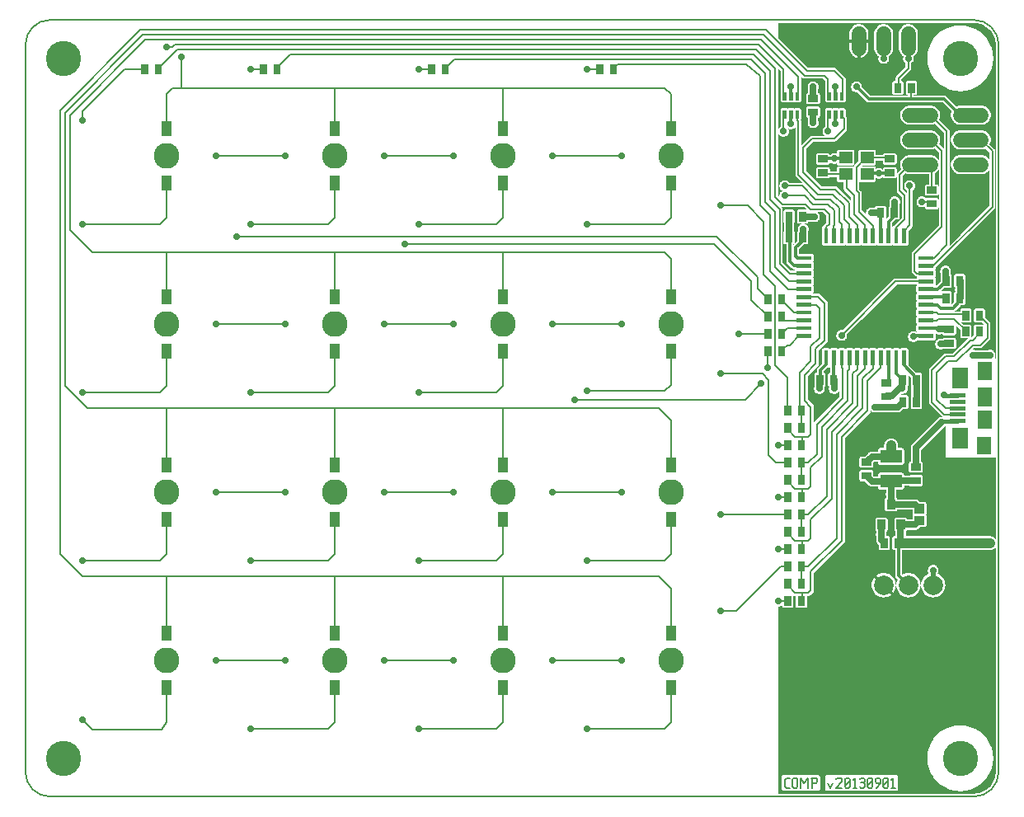
<source format=gtl>
G04 start of page 2 for group 0 idx 0 *
G04 Title: Nomech, component *
G04 Creator: pcb 20110918 *
G04 CreationDate: Sun 08 Sep 2013 10:57:53 PM GMT UTC *
G04 For: bertho *
G04 Format: Gerber/RS-274X *
G04 PCB-Dimensions: 430000 350000 *
G04 PCB-Coordinate-Origin: lower left *
%MOIN*%
%FSLAX25Y25*%
%LNTOP*%
%ADD133C,0.1260*%
%ADD132C,0.0118*%
%ADD131C,0.0278*%
%ADD130R,0.0472X0.0472*%
%ADD129R,0.0571X0.0571*%
%ADD128R,0.0630X0.0630*%
%ADD127R,0.0158X0.0158*%
%ADD126C,0.0787*%
%ADD125C,0.0600*%
%ADD124R,0.0157X0.0157*%
%ADD123R,0.0340X0.0340*%
%ADD122R,0.0380X0.0380*%
%ADD121R,0.0490X0.0490*%
%ADD120R,0.0295X0.0295*%
%ADD119R,0.0400X0.0400*%
%ADD118C,0.1037*%
%ADD117C,0.1420*%
%ADD116C,0.0400*%
%ADD115C,0.0200*%
%ADD114C,0.0130*%
%ADD113C,0.0150*%
%ADD112C,0.0250*%
%ADD111C,0.0120*%
%ADD110C,0.0080*%
%ADD109C,0.0001*%
G54D109*G36*
X365634Y322786D02*X365708Y322722D01*
X365800Y322666D01*
Y320997D01*
X365634Y320831D01*
Y322786D01*
G37*
G36*
Y288187D02*X365770Y288104D01*
X366322Y287875D01*
X366904Y287735D01*
X367500Y287700D01*
X376000D01*
X376596Y287735D01*
X377178Y287875D01*
X377708Y288095D01*
X379300Y286503D01*
Y283388D01*
X379084Y283740D01*
X378695Y284195D01*
X378240Y284584D01*
X377730Y284896D01*
X377178Y285125D01*
X376596Y285265D01*
X376000Y285300D01*
X367500D01*
X366904Y285265D01*
X366322Y285125D01*
X365770Y284896D01*
X365634Y284813D01*
Y288187D01*
G37*
G36*
Y298187D02*X365770Y298104D01*
X366322Y297875D01*
X366904Y297735D01*
X367500Y297700D01*
X376000D01*
X376596Y297735D01*
X377178Y297875D01*
X377708Y298095D01*
X381300Y294503D01*
Y287897D01*
X379405Y289792D01*
X379625Y290322D01*
X379765Y290904D01*
X379812Y291500D01*
X379765Y292096D01*
X379625Y292678D01*
X379396Y293230D01*
X379084Y293740D01*
X378695Y294195D01*
X378240Y294584D01*
X377730Y294896D01*
X377178Y295125D01*
X376596Y295265D01*
X376000Y295300D01*
X367500D01*
X366904Y295265D01*
X366322Y295125D01*
X365770Y294896D01*
X365634Y294813D01*
Y298187D01*
G37*
G36*
X387979Y277701D02*X388000Y277700D01*
X396500D01*
X397096Y277735D01*
X397678Y277875D01*
X398230Y278104D01*
X398740Y278416D01*
X399195Y278805D01*
X399584Y279260D01*
X399800Y279612D01*
Y264997D01*
X387979Y253177D01*
Y277701D01*
G37*
G36*
Y287701D02*X388000Y287700D01*
X396500D01*
X397096Y287735D01*
X397678Y287875D01*
X398208Y288095D01*
X399800Y286503D01*
Y283388D01*
X399584Y283740D01*
X399195Y284195D01*
X398740Y284584D01*
X398230Y284896D01*
X397678Y285125D01*
X397096Y285265D01*
X396500Y285300D01*
X388000D01*
X387979Y285299D01*
Y287701D01*
G37*
G36*
Y297701D02*X388000Y297700D01*
X396500D01*
X397096Y297735D01*
X397678Y297875D01*
X398230Y298104D01*
X398740Y298416D01*
X399195Y298805D01*
X399584Y299260D01*
X399896Y299770D01*
X400125Y300322D01*
X400265Y300904D01*
X400312Y301500D01*
X400265Y302096D01*
X400125Y302678D01*
X399896Y303230D01*
X399584Y303740D01*
X399195Y304195D01*
X398740Y304584D01*
X398230Y304896D01*
X397678Y305125D01*
X397096Y305265D01*
X396500Y305300D01*
X388000D01*
X387979Y305299D01*
Y311161D01*
X388000Y311159D01*
X390087Y311323D01*
X392123Y311812D01*
X394057Y312613D01*
X395842Y313707D01*
X397434Y315066D01*
X398793Y316658D01*
X399887Y318443D01*
X400688Y320377D01*
X401177Y322413D01*
X401300Y324500D01*
X401177Y326587D01*
X400688Y328623D01*
X399887Y330557D01*
X398793Y332342D01*
X397434Y333934D01*
X395842Y335293D01*
X394057Y336387D01*
X392123Y337188D01*
X390087Y337677D01*
X388000Y337841D01*
X387979Y337839D01*
Y338800D01*
X393358D01*
X393500Y338792D01*
X394267Y338767D01*
X395028Y338666D01*
X395778Y338500D01*
X396510Y338269D01*
X397219Y337976D01*
X397900Y337621D01*
X398547Y337209D01*
X399157Y336741D01*
X399723Y336223D01*
X400241Y335657D01*
X400709Y335047D01*
X401121Y334400D01*
X401476Y333719D01*
X401769Y333010D01*
X402000Y332278D01*
X402166Y331528D01*
X402267Y330767D01*
X402300Y330000D01*
Y203000D01*
X401600D01*
X401778Y203208D01*
X401958Y203502D01*
X402090Y203821D01*
X402170Y204156D01*
X402190Y204500D01*
X402170Y204844D01*
X402090Y205179D01*
X401958Y205498D01*
X401778Y205792D01*
X401554Y206054D01*
X401292Y206278D01*
X400998Y206458D01*
X400679Y206590D01*
X400344Y206670D01*
X400000Y206697D01*
X399656Y206670D01*
X399321Y206590D01*
X399225Y206550D01*
X393775D01*
X393679Y206590D01*
X393344Y206670D01*
X393000Y206697D01*
X392885Y206688D01*
X393497Y207300D01*
X395953D01*
X396000Y207296D01*
X396188Y207311D01*
X396188Y207311D01*
X396372Y207355D01*
X396546Y207427D01*
X396708Y207526D01*
X396851Y207649D01*
X396882Y207685D01*
X399815Y210618D01*
X399851Y210649D01*
X399974Y210792D01*
X399974Y210792D01*
X400073Y210954D01*
X400145Y211128D01*
X400189Y211312D01*
X400204Y211500D01*
X400200Y211547D01*
Y216953D01*
X400204Y217000D01*
X400189Y217188D01*
X400189Y217188D01*
X400145Y217372D01*
X400073Y217546D01*
X399974Y217708D01*
X399851Y217851D01*
X399815Y217882D01*
X398030Y219667D01*
X398025Y222594D01*
X397996Y222716D01*
X397948Y222833D01*
X397882Y222940D01*
X397800Y223036D01*
X397704Y223118D01*
X397597Y223184D01*
X397480Y223232D01*
X397358Y223261D01*
X397232Y223268D01*
X394154Y223261D01*
X394032Y223232D01*
X393915Y223184D01*
X393808Y223118D01*
X393712Y223036D01*
X393630Y222940D01*
X393564Y222833D01*
X393516Y222716D01*
X393487Y222594D01*
X393480Y222468D01*
X393487Y218406D01*
X393516Y218284D01*
X393564Y218167D01*
X393630Y218060D01*
X393712Y217964D01*
X393808Y217882D01*
X393915Y217816D01*
X394032Y217768D01*
X394154Y217739D01*
X394280Y217732D01*
X396566Y217737D01*
X397655Y216648D01*
X397597Y216684D01*
X397480Y216732D01*
X397358Y216761D01*
X397232Y216768D01*
X394154Y216761D01*
X394032Y216732D01*
X393915Y216684D01*
X393808Y216618D01*
X393712Y216536D01*
X393630Y216440D01*
X393564Y216333D01*
X393516Y216216D01*
X393487Y216094D01*
X393480Y215968D01*
X393485Y212683D01*
X392503Y211700D01*
X392449D01*
X392484Y211784D01*
X392513Y211906D01*
X392520Y212032D01*
X392513Y216094D01*
X392484Y216216D01*
X392436Y216333D01*
X392370Y216440D01*
X392288Y216536D01*
X392192Y216618D01*
X392085Y216684D01*
X391968Y216732D01*
X391846Y216761D01*
X391720Y216768D01*
X389434Y216763D01*
X388345Y217852D01*
X388403Y217816D01*
X388520Y217768D01*
X388642Y217739D01*
X388768Y217732D01*
X391846Y217739D01*
X391968Y217768D01*
X392085Y217816D01*
X392192Y217882D01*
X392288Y217964D01*
X392370Y218060D01*
X392436Y218167D01*
X392484Y218284D01*
X392513Y218406D01*
X392520Y218532D01*
X392513Y222594D01*
X392484Y222716D01*
X392436Y222833D01*
X392370Y222940D01*
X392288Y223036D01*
X392192Y223118D01*
X392085Y223184D01*
X391968Y223232D01*
X391846Y223261D01*
X391720Y223268D01*
X388642Y223261D01*
X388520Y223232D01*
X388403Y223184D01*
X388296Y223118D01*
X388200Y223036D01*
X388118Y222940D01*
X388052Y222833D01*
X388004Y222716D01*
X387979Y222613D01*
Y224500D01*
X388216Y224736D01*
X389358Y224739D01*
X389480Y224768D01*
X389597Y224816D01*
X389704Y224882D01*
X389800Y224964D01*
X389882Y225060D01*
X389948Y225167D01*
X389996Y225284D01*
X390025Y225406D01*
X390032Y225532D01*
X390029Y227414D01*
X390031Y227422D01*
X390056Y227744D01*
X390050Y227824D01*
Y230225D01*
X390090Y230321D01*
X390170Y230656D01*
X390190Y231000D01*
X390170Y231344D01*
X390090Y231679D01*
X390050Y231775D01*
Y234176D01*
X390056Y234256D01*
X390031Y234577D01*
X390031Y234578D01*
X390029Y234587D01*
X390025Y236594D01*
X389996Y236716D01*
X389948Y236833D01*
X389882Y236940D01*
X389800Y237036D01*
X389704Y237118D01*
X389597Y237184D01*
X389480Y237232D01*
X389358Y237261D01*
X389232Y237268D01*
X387979Y237265D01*
Y249782D01*
X401815Y263618D01*
X401851Y263649D01*
X401974Y263792D01*
X401974Y263792D01*
X402073Y263954D01*
X402145Y264128D01*
X402189Y264312D01*
X402204Y264500D01*
X402200Y264547D01*
Y286953D01*
X402204Y287000D01*
X402189Y287188D01*
X402145Y287372D01*
X402073Y287546D01*
X401974Y287708D01*
X401851Y287851D01*
X401815Y287882D01*
X399905Y289792D01*
X400125Y290322D01*
X400265Y290904D01*
X400312Y291500D01*
X400265Y292096D01*
X400125Y292678D01*
X399896Y293230D01*
X399584Y293740D01*
X399195Y294195D01*
X398740Y294584D01*
X398230Y294896D01*
X397678Y295125D01*
X397096Y295265D01*
X396500Y295300D01*
X388000D01*
X387979Y295299D01*
Y297701D01*
G37*
G36*
Y237265D02*X386154Y237261D01*
X386032Y237232D01*
X385915Y237184D01*
X385808Y237118D01*
X385712Y237036D01*
X385630Y236940D01*
X385564Y236833D01*
X385516Y236716D01*
X385487Y236594D01*
X385480Y236468D01*
X385487Y232406D01*
X385516Y232284D01*
X385564Y232167D01*
X385630Y232060D01*
X385712Y231964D01*
X385808Y231882D01*
X385915Y231816D01*
X385950Y231802D01*
Y231775D01*
X385910Y231679D01*
X385830Y231344D01*
X385803Y231000D01*
X385830Y230656D01*
X385910Y230321D01*
X385950Y230225D01*
Y230198D01*
X385915Y230184D01*
X385808Y230118D01*
X385712Y230036D01*
X385630Y229940D01*
X385564Y229833D01*
X385516Y229716D01*
X385487Y229594D01*
X385480Y229468D01*
X385486Y225966D01*
X384420Y224900D01*
X384213D01*
X384288Y224964D01*
X384370Y225060D01*
X384436Y225167D01*
X384484Y225284D01*
X384513Y225406D01*
X384520Y225532D01*
X384513Y229594D01*
X384484Y229716D01*
X384436Y229833D01*
X384370Y229940D01*
X384288Y230036D01*
X384192Y230118D01*
X384085Y230184D01*
X383968Y230232D01*
X383846Y230261D01*
X383720Y230268D01*
X380642Y230261D01*
X380520Y230232D01*
X380403Y230184D01*
X380296Y230118D01*
X380200Y230036D01*
X380118Y229940D01*
X380052Y229833D01*
X380004Y229716D01*
X379976Y229600D01*
X379295D01*
X379389Y229623D01*
X379622Y229719D01*
X379836Y229851D01*
X380028Y230014D01*
X380191Y230206D01*
X380323Y230420D01*
X380419Y230653D01*
X380433Y230709D01*
X381457Y231733D01*
X383846Y231739D01*
X383968Y231768D01*
X384085Y231816D01*
X384192Y231882D01*
X384288Y231964D01*
X384370Y232060D01*
X384436Y232167D01*
X384484Y232284D01*
X384513Y232406D01*
X384520Y232532D01*
X384513Y236594D01*
X384484Y236716D01*
X384436Y236833D01*
X384370Y236940D01*
X384288Y237036D01*
X384192Y237118D01*
X384085Y237184D01*
X384050Y237198D01*
Y237725D01*
X384090Y237821D01*
X384170Y238156D01*
X384190Y238500D01*
X384170Y238844D01*
X384090Y239179D01*
X383958Y239498D01*
X383778Y239792D01*
X383554Y240054D01*
X383292Y240278D01*
X382998Y240458D01*
X382679Y240590D01*
X382344Y240670D01*
X382000Y240697D01*
X381656Y240670D01*
X381321Y240590D01*
X381002Y240458D01*
X380708Y240278D01*
X380446Y240054D01*
X380222Y239792D01*
X380042Y239498D01*
X379910Y239179D01*
X379830Y238844D01*
X379803Y238500D01*
X379830Y238156D01*
X379910Y237821D01*
X379950Y237725D01*
Y234824D01*
X379944Y234744D01*
X379969Y234422D01*
X379971Y234413D01*
X379972Y234208D01*
X378513Y232749D01*
X377831D01*
X377894Y232803D01*
X377997Y232922D01*
X378079Y233057D01*
X378139Y233202D01*
X378176Y233355D01*
X378185Y233512D01*
X378176Y235243D01*
X378139Y235396D01*
X378079Y235541D01*
X377997Y235676D01*
X377894Y235795D01*
X377803Y235874D01*
X377894Y235952D01*
X377997Y236071D01*
X378079Y236206D01*
X378139Y236351D01*
X378176Y236504D01*
X378185Y236661D01*
X378176Y238392D01*
X378139Y238545D01*
X378079Y238690D01*
X377997Y238825D01*
X377894Y238944D01*
X377802Y239023D01*
X377894Y239102D01*
X377997Y239221D01*
X378079Y239356D01*
X378139Y239501D01*
X378176Y239654D01*
X378185Y239811D01*
X378184Y239987D01*
X387979Y249782D01*
Y237265D01*
G37*
G36*
Y222613D02*X387975Y222594D01*
X387968Y222468D01*
X387968Y222200D01*
X385520D01*
X385638Y222249D01*
X385825Y222364D01*
X385993Y222507D01*
X386029Y222549D01*
X387979Y224500D01*
Y222613D01*
G37*
G36*
Y305299D02*X387404Y305265D01*
X386822Y305125D01*
X386492Y304988D01*
X382529Y308951D01*
X382493Y308993D01*
X382326Y309136D01*
X382325Y309136D01*
X382138Y309251D01*
X381934Y309336D01*
X381720Y309387D01*
X381500Y309404D01*
X381445Y309400D01*
X369200D01*
Y309737D01*
X369858Y309739D01*
X369980Y309768D01*
X370097Y309816D01*
X370204Y309882D01*
X370300Y309964D01*
X370382Y310060D01*
X370448Y310167D01*
X370496Y310284D01*
X370525Y310406D01*
X370532Y310532D01*
X370525Y314594D01*
X370496Y314716D01*
X370448Y314833D01*
X370382Y314940D01*
X370300Y315036D01*
X370204Y315118D01*
X370097Y315184D01*
X369980Y315232D01*
X369858Y315261D01*
X369732Y315268D01*
X366654Y315261D01*
X366532Y315232D01*
X366415Y315184D01*
X366308Y315118D01*
X366212Y315036D01*
X366130Y314940D01*
X366064Y314833D01*
X366016Y314716D01*
X365987Y314594D01*
X365980Y314468D01*
X365987Y310406D01*
X366016Y310284D01*
X366064Y310167D01*
X366130Y310060D01*
X366212Y309964D01*
X366308Y309882D01*
X366415Y309816D01*
X366532Y309768D01*
X366654Y309739D01*
X366780Y309732D01*
X366800Y309732D01*
Y309400D01*
X365634D01*
Y317437D01*
X367815Y319618D01*
X367851Y319649D01*
X367974Y319792D01*
X367974Y319792D01*
X368073Y319954D01*
X368145Y320128D01*
X368189Y320312D01*
X368204Y320500D01*
X368200Y320547D01*
Y322666D01*
X368292Y322722D01*
X368554Y322946D01*
X368778Y323208D01*
X368958Y323502D01*
X369090Y323821D01*
X369170Y324156D01*
X369190Y324500D01*
X369170Y324844D01*
X369090Y325179D01*
X369042Y325295D01*
X369240Y325416D01*
X369695Y325805D01*
X370084Y326260D01*
X370396Y326770D01*
X370625Y327322D01*
X370765Y327904D01*
X370800Y328500D01*
Y334500D01*
X370765Y335096D01*
X370625Y335678D01*
X370396Y336230D01*
X370084Y336740D01*
X369695Y337195D01*
X369240Y337584D01*
X368730Y337896D01*
X368178Y338125D01*
X367596Y338265D01*
X367000Y338312D01*
X366404Y338265D01*
X365822Y338125D01*
X365634Y338047D01*
Y338800D01*
X387979D01*
Y337839D01*
X385913Y337677D01*
X383877Y337188D01*
X381943Y336387D01*
X380158Y335293D01*
X378566Y333934D01*
X377207Y332342D01*
X376113Y330557D01*
X375312Y328623D01*
X374823Y326587D01*
X374659Y324500D01*
X374823Y322413D01*
X375312Y320377D01*
X376113Y318443D01*
X377207Y316658D01*
X378566Y315066D01*
X380158Y313707D01*
X381943Y312613D01*
X383877Y311812D01*
X385913Y311323D01*
X387979Y311161D01*
Y305299D01*
G37*
G36*
X365634Y306600D02*X380920D01*
X384512Y303008D01*
X384375Y302678D01*
X384235Y302096D01*
X384188Y301500D01*
X384235Y300904D01*
X384375Y300322D01*
X384604Y299770D01*
X384916Y299260D01*
X385305Y298805D01*
X385760Y298416D01*
X386270Y298104D01*
X386822Y297875D01*
X387404Y297735D01*
X387979Y297701D01*
Y295299D01*
X387404Y295265D01*
X386822Y295125D01*
X386270Y294896D01*
X385760Y294584D01*
X385305Y294195D01*
X384916Y293740D01*
X384604Y293230D01*
X384375Y292678D01*
X384235Y292096D01*
X384188Y291500D01*
X384235Y290904D01*
X384375Y290322D01*
X384604Y289770D01*
X384916Y289260D01*
X385305Y288805D01*
X385760Y288416D01*
X386270Y288104D01*
X386822Y287875D01*
X387404Y287735D01*
X387979Y287701D01*
Y285299D01*
X387404Y285265D01*
X386822Y285125D01*
X386270Y284896D01*
X385760Y284584D01*
X385305Y284195D01*
X384916Y283740D01*
X384604Y283230D01*
X384375Y282678D01*
X384235Y282096D01*
X384188Y281500D01*
X384235Y280904D01*
X384375Y280322D01*
X384604Y279770D01*
X384916Y279260D01*
X385305Y278805D01*
X385760Y278416D01*
X386270Y278104D01*
X386822Y277875D01*
X387404Y277735D01*
X387979Y277701D01*
Y253177D01*
X383695Y248892D01*
X383704Y249000D01*
X383700Y249047D01*
Y294953D01*
X383704Y295000D01*
X383689Y295188D01*
X383689Y295188D01*
X383645Y295372D01*
X383573Y295546D01*
X383474Y295708D01*
X383351Y295851D01*
X383315Y295882D01*
X379405Y299792D01*
X379625Y300322D01*
X379765Y300904D01*
X379812Y301500D01*
X379765Y302096D01*
X379625Y302678D01*
X379396Y303230D01*
X379084Y303740D01*
X378695Y304195D01*
X378240Y304584D01*
X377730Y304896D01*
X377178Y305125D01*
X376596Y305265D01*
X376000Y305300D01*
X367500D01*
X366904Y305265D01*
X366322Y305125D01*
X365770Y304896D01*
X365634Y304813D01*
Y306600D01*
G37*
G36*
Y309400D02*X357000D01*
Y322303D01*
X357344Y322330D01*
X357679Y322410D01*
X357998Y322542D01*
X358292Y322722D01*
X358554Y322946D01*
X358778Y323208D01*
X358958Y323502D01*
X359090Y323821D01*
X359170Y324156D01*
X359190Y324500D01*
X359170Y324844D01*
X359090Y325179D01*
X359042Y325295D01*
X359240Y325416D01*
X359695Y325805D01*
X360084Y326260D01*
X360396Y326770D01*
X360625Y327322D01*
X360765Y327904D01*
X360800Y328500D01*
Y334500D01*
X360765Y335096D01*
X360625Y335678D01*
X360396Y336230D01*
X360084Y336740D01*
X359695Y337195D01*
X359240Y337584D01*
X358730Y337896D01*
X358178Y338125D01*
X357596Y338265D01*
X357000Y338312D01*
Y338800D01*
X365634D01*
Y338047D01*
X365270Y337896D01*
X364760Y337584D01*
X364305Y337195D01*
X363916Y336740D01*
X363604Y336230D01*
X363375Y335678D01*
X363235Y335096D01*
X363200Y334500D01*
Y328500D01*
X363235Y327904D01*
X363375Y327322D01*
X363604Y326770D01*
X363916Y326260D01*
X364305Y325805D01*
X364760Y325416D01*
X364958Y325295D01*
X364910Y325179D01*
X364830Y324844D01*
X364803Y324500D01*
X364830Y324156D01*
X364910Y323821D01*
X365042Y323502D01*
X365222Y323208D01*
X365446Y322946D01*
X365634Y322786D01*
Y320831D01*
X362185Y317382D01*
X362149Y317351D01*
X362026Y317208D01*
X361927Y317046D01*
X361855Y316872D01*
X361811Y316688D01*
X361796Y316500D01*
X361800Y316453D01*
Y315263D01*
X361142Y315261D01*
X361020Y315232D01*
X360903Y315184D01*
X360796Y315118D01*
X360700Y315036D01*
X360618Y314940D01*
X360552Y314833D01*
X360504Y314716D01*
X360475Y314594D01*
X360468Y314468D01*
X360475Y310406D01*
X360504Y310284D01*
X360552Y310167D01*
X360618Y310060D01*
X360700Y309964D01*
X360796Y309882D01*
X360903Y309816D01*
X361020Y309768D01*
X361142Y309739D01*
X361268Y309732D01*
X364346Y309739D01*
X364468Y309768D01*
X364585Y309816D01*
X364692Y309882D01*
X364788Y309964D01*
X364870Y310060D01*
X364936Y310167D01*
X364984Y310284D01*
X365013Y310406D01*
X365020Y310532D01*
X365013Y314594D01*
X364984Y314716D01*
X364936Y314833D01*
X364870Y314940D01*
X364788Y315036D01*
X364692Y315118D01*
X364585Y315184D01*
X364468Y315232D01*
X364346Y315261D01*
X364220Y315268D01*
X364200Y315268D01*
Y316003D01*
X365634Y317437D01*
Y309400D01*
G37*
G36*
X357000D02*X351580D01*
X348179Y312801D01*
X348190Y313000D01*
X348170Y313344D01*
X348090Y313679D01*
X347958Y313998D01*
X347778Y314292D01*
X347554Y314554D01*
X347292Y314778D01*
X347000Y314956D01*
Y324688D01*
X347596Y324735D01*
X348178Y324875D01*
X348730Y325104D01*
X349240Y325416D01*
X349695Y325805D01*
X350084Y326260D01*
X350396Y326770D01*
X350625Y327322D01*
X350765Y327904D01*
X350800Y328500D01*
Y334500D01*
X350765Y335096D01*
X350625Y335678D01*
X350396Y336230D01*
X350084Y336740D01*
X349695Y337195D01*
X349240Y337584D01*
X348730Y337896D01*
X348178Y338125D01*
X347596Y338265D01*
X347000Y338312D01*
Y338800D01*
X357000D01*
Y338312D01*
X356404Y338265D01*
X355822Y338125D01*
X355270Y337896D01*
X354760Y337584D01*
X354305Y337195D01*
X353916Y336740D01*
X353604Y336230D01*
X353375Y335678D01*
X353235Y335096D01*
X353200Y334500D01*
Y328500D01*
X353235Y327904D01*
X353375Y327322D01*
X353604Y326770D01*
X353916Y326260D01*
X354305Y325805D01*
X354760Y325416D01*
X354958Y325295D01*
X354910Y325179D01*
X354830Y324844D01*
X354803Y324500D01*
X354830Y324156D01*
X354910Y323821D01*
X355042Y323502D01*
X355222Y323208D01*
X355446Y322946D01*
X355708Y322722D01*
X356002Y322542D01*
X356321Y322410D01*
X356656Y322330D01*
X357000Y322303D01*
Y309400D01*
G37*
G36*
X356737Y283146D02*X356739Y282154D01*
X356768Y282032D01*
X356816Y281915D01*
X356882Y281808D01*
X356964Y281712D01*
X357060Y281630D01*
X357167Y281564D01*
X357284Y281516D01*
X357406Y281487D01*
X357532Y281480D01*
X361594Y281487D01*
X361716Y281516D01*
X361833Y281564D01*
X361940Y281630D01*
X362036Y281712D01*
X362118Y281808D01*
X362184Y281915D01*
X362232Y282032D01*
X362261Y282154D01*
X362268Y282280D01*
X362261Y285358D01*
X362232Y285480D01*
X362184Y285597D01*
X362118Y285704D01*
X362036Y285800D01*
X361940Y285882D01*
X361833Y285948D01*
X361716Y285996D01*
X361594Y286025D01*
X361468Y286032D01*
X357406Y286025D01*
X357284Y285996D01*
X357167Y285948D01*
X357060Y285882D01*
X356964Y285800D01*
X356882Y285704D01*
X356816Y285597D01*
X356795Y285546D01*
X353881D01*
X353879Y286834D01*
X353849Y286956D01*
X353801Y287072D01*
X353735Y287180D01*
X353653Y287275D01*
X353558Y287357D01*
X353450Y287423D01*
X353334Y287471D01*
X353212Y287501D01*
X353086Y287508D01*
X347449Y287501D01*
X347327Y287471D01*
X347211Y287423D01*
X347103Y287357D01*
X347008Y287275D01*
X347000Y287267D01*
Y310020D01*
X349971Y307049D01*
X350007Y307007D01*
X350174Y306864D01*
X350175Y306864D01*
X350362Y306749D01*
X350566Y306664D01*
X350780Y306613D01*
X351000Y306596D01*
X351055Y306600D01*
X365634D01*
Y304813D01*
X365260Y304584D01*
X364805Y304195D01*
X364416Y303740D01*
X364104Y303230D01*
X363875Y302678D01*
X363735Y302096D01*
X363688Y301500D01*
X363735Y300904D01*
X363875Y300322D01*
X364104Y299770D01*
X364416Y299260D01*
X364805Y298805D01*
X365260Y298416D01*
X365634Y298187D01*
Y294813D01*
X365260Y294584D01*
X364805Y294195D01*
X364416Y293740D01*
X364104Y293230D01*
X363875Y292678D01*
X363735Y292096D01*
X363688Y291500D01*
X363735Y290904D01*
X363875Y290322D01*
X364104Y289770D01*
X364416Y289260D01*
X364805Y288805D01*
X365260Y288416D01*
X365634Y288187D01*
Y284813D01*
X365260Y284584D01*
X364805Y284195D01*
X364416Y283740D01*
X364104Y283230D01*
X363875Y282678D01*
X363735Y282096D01*
X363688Y281500D01*
X363735Y280904D01*
X363875Y280322D01*
X364095Y279792D01*
X362685Y278382D01*
X362649Y278351D01*
X362526Y278208D01*
X362427Y278046D01*
X362355Y277872D01*
X362311Y277688D01*
X362296Y277500D01*
X362300Y277453D01*
Y271047D01*
X362296Y271000D01*
X362311Y270812D01*
X362355Y270628D01*
X362427Y270454D01*
X362526Y270292D01*
X362526Y270292D01*
X362649Y270149D01*
X362685Y270118D01*
X364300Y268503D01*
Y259997D01*
X361284Y256981D01*
X361248Y256950D01*
X361125Y256807D01*
X361026Y256645D01*
X361026Y256645D01*
X361002Y256639D01*
X360857Y256579D01*
X360722Y256497D01*
X360603Y256394D01*
X360549Y256331D01*
Y258069D01*
X361716Y259236D01*
X362858Y259239D01*
X362980Y259268D01*
X363097Y259316D01*
X363204Y259382D01*
X363300Y259464D01*
X363382Y259560D01*
X363448Y259667D01*
X363496Y259784D01*
X363525Y259906D01*
X363532Y260032D01*
X363529Y261914D01*
X363531Y261922D01*
X363556Y262244D01*
X363550Y262324D01*
Y265725D01*
X363590Y265821D01*
X363670Y266156D01*
X363690Y266500D01*
X363670Y266844D01*
X363590Y267179D01*
X363458Y267498D01*
X363278Y267792D01*
X363054Y268054D01*
X362792Y268278D01*
X362498Y268458D01*
X362179Y268590D01*
X361844Y268670D01*
X361500Y268697D01*
X361156Y268670D01*
X360821Y268590D01*
X360502Y268458D01*
X360208Y268278D01*
X359946Y268054D01*
X359722Y267792D01*
X359542Y267498D01*
X359410Y267179D01*
X359330Y266844D01*
X359303Y266500D01*
X359330Y266156D01*
X359410Y265821D01*
X359450Y265725D01*
Y264698D01*
X359415Y264684D01*
X359308Y264618D01*
X359212Y264536D01*
X359130Y264440D01*
X359064Y264333D01*
X359016Y264216D01*
X358987Y264094D01*
X358980Y263968D01*
X358986Y260466D01*
X358509Y259989D01*
X358453Y259975D01*
X358220Y259879D01*
X358006Y259747D01*
X357949Y259699D01*
X357984Y259784D01*
X358013Y259906D01*
X358020Y260032D01*
X358013Y264094D01*
X357984Y264216D01*
X357936Y264333D01*
X357870Y264440D01*
X357788Y264536D01*
X357692Y264618D01*
X357585Y264684D01*
X357468Y264732D01*
X357346Y264761D01*
X357220Y264768D01*
X354142Y264761D01*
X354020Y264732D01*
X353903Y264684D01*
X353796Y264618D01*
X353700Y264536D01*
X353618Y264440D01*
X353552Y264333D01*
X353504Y264216D01*
X353475Y264094D01*
X353472Y264050D01*
X352775D01*
X352679Y264090D01*
X352344Y264170D01*
X352000Y264197D01*
X351656Y264170D01*
X351321Y264090D01*
X351002Y263958D01*
X350708Y263778D01*
X350446Y263554D01*
X350222Y263292D01*
X350042Y262998D01*
X349910Y262679D01*
X349830Y262344D01*
X349803Y262000D01*
X349830Y261656D01*
X349910Y261321D01*
X349934Y261263D01*
X348200Y262997D01*
Y269953D01*
X348204Y270000D01*
X348189Y270188D01*
X348145Y270372D01*
X348073Y270546D01*
X347974Y270708D01*
X347851Y270851D01*
X347815Y270882D01*
X347200Y271497D01*
Y274584D01*
X347211Y274577D01*
X347327Y274529D01*
X347449Y274499D01*
X347575Y274492D01*
X353212Y274499D01*
X353334Y274529D01*
X353450Y274577D01*
X353558Y274643D01*
X353653Y274725D01*
X353735Y274820D01*
X353801Y274928D01*
X353849Y275044D01*
X353879Y275166D01*
X353886Y275292D01*
X353885Y276114D01*
X354002Y276042D01*
X354321Y275910D01*
X354656Y275830D01*
X355000Y275803D01*
X355344Y275830D01*
X355679Y275910D01*
X355998Y276042D01*
X356292Y276222D01*
X356554Y276446D01*
X356685Y276600D01*
X356749D01*
X356768Y276520D01*
X356816Y276403D01*
X356882Y276296D01*
X356964Y276200D01*
X357060Y276118D01*
X357167Y276052D01*
X357284Y276004D01*
X357406Y275975D01*
X357532Y275968D01*
X361594Y275975D01*
X361716Y276004D01*
X361833Y276052D01*
X361940Y276118D01*
X362036Y276200D01*
X362118Y276296D01*
X362184Y276403D01*
X362232Y276520D01*
X362261Y276642D01*
X362268Y276768D01*
X362261Y279846D01*
X362232Y279968D01*
X362184Y280085D01*
X362118Y280192D01*
X362036Y280288D01*
X361940Y280370D01*
X361833Y280436D01*
X361716Y280484D01*
X361594Y280513D01*
X361468Y280520D01*
X357406Y280513D01*
X357284Y280484D01*
X357167Y280436D01*
X357060Y280370D01*
X356964Y280288D01*
X356882Y280192D01*
X356816Y280085D01*
X356768Y279968D01*
X356739Y279846D01*
X356732Y279720D01*
X356732Y279400D01*
X356685D01*
X356554Y279554D01*
X356292Y279778D01*
X355998Y279958D01*
X355679Y280090D01*
X355344Y280170D01*
X355000Y280197D01*
X354656Y280170D01*
X354321Y280090D01*
X354002Y279958D01*
X353879Y279882D01*
X353879Y280142D01*
X353849Y280264D01*
X353801Y280380D01*
X353735Y280488D01*
X353653Y280583D01*
X353558Y280665D01*
X353450Y280731D01*
X353334Y280779D01*
X353212Y280809D01*
X353086Y280816D01*
X348006Y280809D01*
X348382Y281185D01*
X353212Y281191D01*
X353334Y281221D01*
X353450Y281269D01*
X353558Y281335D01*
X353653Y281417D01*
X353735Y281512D01*
X353801Y281620D01*
X353849Y281736D01*
X353879Y281858D01*
X353886Y281984D01*
X353884Y283146D01*
X356737D01*
G37*
G36*
X337478Y276454D02*X338119D01*
X338121Y275166D01*
X338151Y275044D01*
X338199Y274928D01*
X338265Y274820D01*
X338347Y274725D01*
X338442Y274643D01*
X338550Y274577D01*
X338666Y274529D01*
X338788Y274499D01*
X338914Y274492D01*
X340800Y274494D01*
Y272047D01*
X340796Y272000D01*
X340811Y271812D01*
X340855Y271628D01*
X340927Y271454D01*
X341026Y271292D01*
X341026Y271292D01*
X341149Y271149D01*
X341185Y271118D01*
X343800Y268503D01*
Y266897D01*
X338382Y272315D01*
X338351Y272351D01*
X338208Y272474D01*
X338046Y272573D01*
X337872Y272645D01*
X337688Y272689D01*
X337688Y272689D01*
X337500Y272704D01*
X337478Y272702D01*
Y276454D01*
G37*
G36*
X347000Y287267D02*X346926Y287180D01*
X346860Y287072D01*
X346812Y286956D01*
X346782Y286834D01*
X346775Y286708D01*
X346781Y282978D01*
X345185Y281382D01*
X345149Y281351D01*
X345026Y281208D01*
X344927Y281046D01*
X344855Y280872D01*
X344817Y280714D01*
X344789Y280731D01*
X344673Y280779D01*
X344551Y280809D01*
X344425Y280816D01*
X338788Y280809D01*
X338666Y280779D01*
X338550Y280731D01*
X338442Y280665D01*
X338347Y280583D01*
X338265Y280488D01*
X338199Y280380D01*
X338151Y280264D01*
X338121Y280142D01*
X338114Y280016D01*
X338116Y278854D01*
X337478D01*
Y281862D01*
X337679Y281910D01*
X337998Y282042D01*
X338121Y282118D01*
X338121Y281858D01*
X338151Y281736D01*
X338199Y281620D01*
X338265Y281512D01*
X338347Y281417D01*
X338442Y281335D01*
X338550Y281269D01*
X338666Y281221D01*
X338788Y281191D01*
X338914Y281184D01*
X344551Y281191D01*
X344673Y281221D01*
X344789Y281269D01*
X344897Y281335D01*
X344992Y281417D01*
X345074Y281512D01*
X345140Y281620D01*
X345188Y281736D01*
X345218Y281858D01*
X345225Y281984D01*
X345218Y286834D01*
X345188Y286956D01*
X345140Y287072D01*
X345074Y287180D01*
X344992Y287275D01*
X344897Y287357D01*
X344789Y287423D01*
X344673Y287471D01*
X344551Y287501D01*
X344425Y287508D01*
X338788Y287501D01*
X338666Y287471D01*
X338550Y287423D01*
X338442Y287357D01*
X338347Y287275D01*
X338265Y287180D01*
X338199Y287072D01*
X338151Y286956D01*
X338121Y286834D01*
X338114Y286708D01*
X338115Y285886D01*
X337998Y285958D01*
X337679Y286090D01*
X337478Y286138D01*
Y290899D01*
X337546Y290927D01*
X337708Y291026D01*
X337851Y291149D01*
X337882Y291185D01*
X341815Y295118D01*
X341851Y295149D01*
X341974Y295292D01*
X341974Y295292D01*
X342073Y295454D01*
X342145Y295628D01*
X342189Y295812D01*
X342204Y296000D01*
X342200Y296047D01*
Y299953D01*
X342204Y300000D01*
X342189Y300188D01*
X342145Y300372D01*
X342073Y300546D01*
X341974Y300708D01*
X341851Y300851D01*
X341815Y300882D01*
X341644Y301053D01*
X341639Y303657D01*
X341609Y303779D01*
X341561Y303895D01*
X341495Y304003D01*
X341413Y304098D01*
X341318Y304180D01*
X341210Y304246D01*
X341094Y304294D01*
X340972Y304324D01*
X340846Y304331D01*
X339146Y304324D01*
X339024Y304294D01*
X338908Y304246D01*
X338800Y304180D01*
X338780Y304162D01*
X338759Y304180D01*
X338651Y304246D01*
X338535Y304294D01*
X338413Y304324D01*
X338287Y304331D01*
X337478Y304327D01*
Y306672D01*
X338413Y306676D01*
X338535Y306706D01*
X338651Y306754D01*
X338759Y306820D01*
X338780Y306838D01*
X338800Y306820D01*
X338908Y306754D01*
X339024Y306706D01*
X339146Y306676D01*
X339272Y306669D01*
X340972Y306676D01*
X341094Y306706D01*
X341210Y306754D01*
X341318Y306820D01*
X341413Y306902D01*
X341495Y306997D01*
X341561Y307105D01*
X341609Y307221D01*
X341639Y307343D01*
X341646Y307469D01*
X341642Y309205D01*
X341645Y309211D01*
X341689Y309395D01*
X341704Y309583D01*
X341700Y309630D01*
Y315953D01*
X341704Y316000D01*
X341689Y316188D01*
X341689Y316188D01*
X341645Y316372D01*
X341573Y316546D01*
X341474Y316708D01*
X341351Y316851D01*
X341315Y316882D01*
X337882Y320315D01*
X337851Y320351D01*
X337708Y320474D01*
X337546Y320573D01*
X337478Y320601D01*
Y338800D01*
X347000D01*
Y338312D01*
X346404Y338265D01*
X345822Y338125D01*
X345270Y337896D01*
X344760Y337584D01*
X344305Y337195D01*
X343916Y336740D01*
X343604Y336230D01*
X343375Y335678D01*
X343235Y335096D01*
X343200Y334500D01*
Y328500D01*
X343235Y327904D01*
X343375Y327322D01*
X343604Y326770D01*
X343916Y326260D01*
X344305Y325805D01*
X344760Y325416D01*
X345270Y325104D01*
X345822Y324875D01*
X346404Y324735D01*
X347000Y324688D01*
Y314956D01*
X346998Y314958D01*
X346679Y315090D01*
X346344Y315170D01*
X346000Y315197D01*
X345656Y315170D01*
X345321Y315090D01*
X345002Y314958D01*
X344708Y314778D01*
X344446Y314554D01*
X344222Y314292D01*
X344042Y313998D01*
X343910Y313679D01*
X343830Y313344D01*
X343803Y313000D01*
X343830Y312656D01*
X343910Y312321D01*
X344042Y312002D01*
X344222Y311708D01*
X344446Y311446D01*
X344708Y311222D01*
X345002Y311042D01*
X345321Y310910D01*
X345656Y310830D01*
X346000Y310803D01*
X346201Y310819D01*
X347000Y310020D01*
Y287267D01*
G37*
G36*
X337478Y320601D02*X337372Y320645D01*
X337188Y320689D01*
X337188Y320689D01*
X337000Y320704D01*
X336953Y320700D01*
X326497D01*
X314500Y332697D01*
Y338800D01*
X337478D01*
Y320601D01*
G37*
G36*
Y304327D02*X336587Y304324D01*
X336465Y304294D01*
X336349Y304246D01*
X336241Y304180D01*
X336220Y304162D01*
X336200Y304180D01*
X336092Y304246D01*
X335976Y304294D01*
X335854Y304324D01*
X335728Y304331D01*
X334028Y304324D01*
X333906Y304294D01*
X333790Y304246D01*
X333682Y304180D01*
X333587Y304098D01*
X333505Y304003D01*
X333439Y303895D01*
X333391Y303779D01*
X333361Y303657D01*
X333354Y303531D01*
X333358Y301795D01*
X333355Y301789D01*
X333311Y301605D01*
X333311Y301605D01*
X333296Y301417D01*
X333300Y301370D01*
Y296834D01*
X333208Y296778D01*
X332946Y296554D01*
X332722Y296292D01*
X332542Y295998D01*
X332410Y295679D01*
X332330Y295344D01*
X332303Y295000D01*
X332330Y294656D01*
X332410Y294321D01*
X332542Y294002D01*
X332722Y293708D01*
X332946Y293446D01*
X333208Y293222D01*
X333245Y293200D01*
X328500D01*
Y296303D01*
X328844Y296330D01*
X329179Y296410D01*
X329498Y296542D01*
X329792Y296722D01*
X330054Y296946D01*
X330278Y297208D01*
X330458Y297502D01*
X330590Y297821D01*
X330670Y298156D01*
X330690Y298500D01*
X330670Y298844D01*
X330590Y299179D01*
X330550Y299275D01*
Y300475D01*
X330594Y300475D01*
X330716Y300504D01*
X330833Y300552D01*
X330940Y300618D01*
X331036Y300700D01*
X331118Y300796D01*
X331184Y300903D01*
X331232Y301020D01*
X331261Y301142D01*
X331268Y301268D01*
X331261Y304346D01*
X331232Y304468D01*
X331184Y304585D01*
X331118Y304692D01*
X331036Y304788D01*
X330940Y304870D01*
X330833Y304936D01*
X330716Y304984D01*
X330594Y305013D01*
X330468Y305020D01*
X328500Y305017D01*
Y305983D01*
X330594Y305987D01*
X330716Y306016D01*
X330833Y306064D01*
X330940Y306130D01*
X331036Y306212D01*
X331118Y306308D01*
X331184Y306415D01*
X331232Y306532D01*
X331261Y306654D01*
X331268Y306780D01*
X331261Y309858D01*
X331232Y309980D01*
X331184Y310097D01*
X331118Y310204D01*
X331036Y310300D01*
X330940Y310382D01*
X330833Y310448D01*
X330716Y310496D01*
X330594Y310525D01*
X330550Y310528D01*
Y312225D01*
X330590Y312321D01*
X330670Y312656D01*
X330690Y313000D01*
X330670Y313344D01*
X330590Y313679D01*
X330458Y313998D01*
X330278Y314292D01*
X330054Y314554D01*
X329792Y314778D01*
X329498Y314958D01*
X329179Y315090D01*
X328844Y315170D01*
X328500Y315197D01*
Y316300D01*
X332503D01*
X333300Y315503D01*
Y309630D01*
X333296Y309583D01*
X333311Y309395D01*
X333355Y309211D01*
X333357Y309206D01*
X333361Y307343D01*
X333391Y307221D01*
X333439Y307105D01*
X333505Y306997D01*
X333587Y306902D01*
X333682Y306820D01*
X333790Y306754D01*
X333906Y306706D01*
X334028Y306676D01*
X334154Y306669D01*
X335854Y306676D01*
X335976Y306706D01*
X336092Y306754D01*
X336200Y306820D01*
X336220Y306838D01*
X336241Y306820D01*
X336349Y306754D01*
X336465Y306706D01*
X336587Y306676D01*
X336713Y306669D01*
X337478Y306672D01*
Y304327D01*
G37*
G36*
X328500Y293200D02*X328047D01*
X328000Y293204D01*
X327812Y293189D01*
X327628Y293145D01*
X327454Y293073D01*
X327292Y292974D01*
X327292Y292974D01*
X327149Y292851D01*
X327118Y292815D01*
X323700Y289397D01*
Y298953D01*
X323704Y299000D01*
X323689Y299188D01*
X323689Y299188D01*
X323645Y299372D01*
X323573Y299546D01*
X323481Y299696D01*
X323495Y299713D01*
X323561Y299821D01*
X323609Y299937D01*
X323639Y300059D01*
X323646Y300185D01*
X323639Y303657D01*
X323609Y303779D01*
X323561Y303895D01*
X323495Y304003D01*
X323413Y304098D01*
X323318Y304180D01*
X323210Y304246D01*
X323094Y304294D01*
X322972Y304324D01*
X322846Y304331D01*
X321146Y304324D01*
X321024Y304294D01*
X320908Y304246D01*
X320800Y304180D01*
X320780Y304162D01*
X320759Y304180D01*
X320651Y304246D01*
X320535Y304294D01*
X320413Y304324D01*
X320287Y304331D01*
X318587Y304324D01*
X318465Y304294D01*
X318349Y304246D01*
X318241Y304180D01*
X318220Y304162D01*
X318200Y304180D01*
X318092Y304246D01*
X317976Y304294D01*
X317854Y304324D01*
X317728Y304331D01*
X316028Y304324D01*
X315906Y304294D01*
X315790Y304246D01*
X315682Y304180D01*
X315587Y304098D01*
X315505Y304003D01*
X315439Y303895D01*
X315391Y303779D01*
X315361Y303657D01*
X315354Y303531D01*
X315358Y301795D01*
X315355Y301789D01*
X315311Y301605D01*
X315311Y301605D01*
X315296Y301417D01*
X315300Y301370D01*
Y296834D01*
X315208Y296778D01*
X314946Y296554D01*
X314722Y296292D01*
X314542Y295998D01*
X314500Y295896D01*
Y320303D01*
X315300Y319503D01*
Y309630D01*
X315296Y309583D01*
X315311Y309395D01*
X315355Y309211D01*
X315357Y309206D01*
X315361Y307343D01*
X315391Y307221D01*
X315439Y307105D01*
X315505Y306997D01*
X315587Y306902D01*
X315682Y306820D01*
X315790Y306754D01*
X315906Y306706D01*
X316028Y306676D01*
X316154Y306669D01*
X317854Y306676D01*
X317976Y306706D01*
X318092Y306754D01*
X318200Y306820D01*
X318220Y306838D01*
X318241Y306820D01*
X318349Y306754D01*
X318465Y306706D01*
X318587Y306676D01*
X318713Y306669D01*
X320413Y306676D01*
X320535Y306706D01*
X320651Y306754D01*
X320759Y306820D01*
X320780Y306838D01*
X320800Y306820D01*
X320908Y306754D01*
X321024Y306706D01*
X321146Y306676D01*
X321272Y306669D01*
X322972Y306676D01*
X323094Y306706D01*
X323210Y306754D01*
X323318Y306820D01*
X323413Y306902D01*
X323495Y306997D01*
X323561Y307105D01*
X323609Y307221D01*
X323639Y307343D01*
X323646Y307469D01*
X323642Y309205D01*
X323645Y309211D01*
X323689Y309395D01*
X323704Y309583D01*
X323700Y309630D01*
Y316953D01*
X323704Y317000D01*
X323695Y317108D01*
X324118Y316685D01*
X324149Y316649D01*
X324292Y316526D01*
X324292Y316526D01*
X324454Y316427D01*
X324628Y316355D01*
X324812Y316311D01*
X325000Y316296D01*
X325047Y316300D01*
X328500D01*
Y315197D01*
X328156Y315170D01*
X327821Y315090D01*
X327502Y314958D01*
X327208Y314778D01*
X326946Y314554D01*
X326722Y314292D01*
X326542Y313998D01*
X326410Y313679D01*
X326330Y313344D01*
X326303Y313000D01*
X326330Y312656D01*
X326410Y312321D01*
X326450Y312225D01*
Y310525D01*
X326406Y310525D01*
X326284Y310496D01*
X326167Y310448D01*
X326060Y310382D01*
X325964Y310300D01*
X325882Y310204D01*
X325816Y310097D01*
X325768Y309980D01*
X325739Y309858D01*
X325732Y309732D01*
X325739Y306654D01*
X325768Y306532D01*
X325816Y306415D01*
X325882Y306308D01*
X325964Y306212D01*
X326060Y306130D01*
X326167Y306064D01*
X326284Y306016D01*
X326406Y305987D01*
X326532Y305980D01*
X328500Y305983D01*
Y305017D01*
X326406Y305013D01*
X326284Y304984D01*
X326167Y304936D01*
X326060Y304870D01*
X325964Y304788D01*
X325882Y304692D01*
X325816Y304585D01*
X325768Y304468D01*
X325739Y304346D01*
X325732Y304220D01*
X325739Y301142D01*
X325768Y301020D01*
X325816Y300903D01*
X325882Y300796D01*
X325964Y300700D01*
X326060Y300618D01*
X326167Y300552D01*
X326284Y300504D01*
X326406Y300475D01*
X326450Y300472D01*
Y299275D01*
X326410Y299179D01*
X326330Y298844D01*
X326303Y298500D01*
X326330Y298156D01*
X326410Y297821D01*
X326542Y297502D01*
X326722Y297208D01*
X326946Y296946D01*
X327208Y296722D01*
X327502Y296542D01*
X327821Y296410D01*
X328156Y296330D01*
X328500Y296303D01*
Y293200D01*
G37*
G36*
X337478Y278854D02*X335263D01*
X335261Y279846D01*
X335232Y279968D01*
X335184Y280085D01*
X335118Y280192D01*
X335036Y280288D01*
X334940Y280370D01*
X334833Y280436D01*
X334716Y280484D01*
X334594Y280513D01*
X334468Y280520D01*
X330406Y280513D01*
X330284Y280484D01*
X330167Y280436D01*
X330060Y280370D01*
X329964Y280288D01*
X329882Y280192D01*
X329816Y280085D01*
X329768Y279968D01*
X329739Y279846D01*
X329732Y279720D01*
X329739Y276642D01*
X329768Y276520D01*
X329816Y276403D01*
X329882Y276296D01*
X329964Y276200D01*
X330060Y276118D01*
X330167Y276052D01*
X330284Y276004D01*
X330406Y275975D01*
X330532Y275968D01*
X334594Y275975D01*
X334716Y276004D01*
X334833Y276052D01*
X334940Y276118D01*
X335036Y276200D01*
X335118Y276296D01*
X335184Y276403D01*
X335205Y276454D01*
X337478D01*
Y272702D01*
X337453Y272700D01*
X331997D01*
X325700Y278997D01*
Y288003D01*
X328497Y290800D01*
X336953D01*
X337000Y290796D01*
X337188Y290811D01*
X337372Y290855D01*
X337478Y290899D01*
Y286138D01*
X337344Y286170D01*
X337000Y286197D01*
X336656Y286170D01*
X336321Y286090D01*
X336002Y285958D01*
X335708Y285778D01*
X335446Y285554D01*
X335315Y285400D01*
X335251D01*
X335232Y285480D01*
X335184Y285597D01*
X335118Y285704D01*
X335036Y285800D01*
X334940Y285882D01*
X334833Y285948D01*
X334716Y285996D01*
X334594Y286025D01*
X334468Y286032D01*
X330406Y286025D01*
X330284Y285996D01*
X330167Y285948D01*
X330060Y285882D01*
X329964Y285800D01*
X329882Y285704D01*
X329816Y285597D01*
X329768Y285480D01*
X329739Y285358D01*
X329732Y285232D01*
X329739Y282154D01*
X329768Y282032D01*
X329816Y281915D01*
X329882Y281808D01*
X329964Y281712D01*
X330060Y281630D01*
X330167Y281564D01*
X330284Y281516D01*
X330406Y281487D01*
X330532Y281480D01*
X334594Y281487D01*
X334716Y281516D01*
X334833Y281564D01*
X334940Y281630D01*
X335036Y281712D01*
X335118Y281808D01*
X335184Y281915D01*
X335232Y282032D01*
X335261Y282154D01*
X335268Y282280D01*
X335268Y282600D01*
X335315D01*
X335446Y282446D01*
X335708Y282222D01*
X336002Y282042D01*
X336321Y281910D01*
X336656Y281830D01*
X337000Y281803D01*
X337344Y281830D01*
X337478Y281862D01*
Y278854D01*
G37*
G36*
X321300Y296745D02*Y277547D01*
X321296Y277500D01*
X321311Y277312D01*
X321355Y277128D01*
X321427Y276954D01*
X321526Y276792D01*
X321526Y276792D01*
X321649Y276649D01*
X321685Y276618D01*
X324108Y274195D01*
X324000Y274204D01*
X323953Y274200D01*
X318834D01*
X318778Y274292D01*
X318554Y274554D01*
X318292Y274778D01*
X317998Y274958D01*
X317679Y275090D01*
X317344Y275170D01*
X317000Y275197D01*
X316656Y275170D01*
X316321Y275090D01*
X316002Y274958D01*
X315708Y274778D01*
X315446Y274554D01*
X315222Y274292D01*
X315042Y273998D01*
X314910Y273679D01*
X314830Y273344D01*
X314803Y273000D01*
X314830Y272656D01*
X314910Y272321D01*
X315042Y272002D01*
X315222Y271708D01*
X315446Y271446D01*
X315708Y271222D01*
X316002Y271042D01*
X316104Y271000D01*
X316002Y270958D01*
X315708Y270778D01*
X315446Y270554D01*
X315222Y270292D01*
X315042Y269998D01*
X314910Y269679D01*
X314830Y269344D01*
X314803Y269000D01*
X314830Y268656D01*
X314910Y268321D01*
X314934Y268263D01*
X314500Y268697D01*
Y294104D01*
X314542Y294002D01*
X314722Y293708D01*
X314946Y293446D01*
X315208Y293222D01*
X315502Y293042D01*
X315821Y292910D01*
X316156Y292830D01*
X316500Y292803D01*
X316844Y292830D01*
X317179Y292910D01*
X317498Y293042D01*
X317792Y293222D01*
X318054Y293446D01*
X318278Y293708D01*
X318458Y294002D01*
X318590Y294321D01*
X318670Y294656D01*
X318690Y295000D01*
X318670Y295344D01*
X318590Y295679D01*
X318458Y295998D01*
X318387Y296113D01*
X318502Y296042D01*
X318821Y295910D01*
X319156Y295830D01*
X319500Y295803D01*
X319844Y295830D01*
X320179Y295910D01*
X320498Y296042D01*
X320792Y296222D01*
X321054Y296446D01*
X321278Y296708D01*
X321300Y296745D01*
G37*
G36*
X374786Y268980D02*X378594Y268987D01*
X378716Y269016D01*
X378833Y269064D01*
X378940Y269130D01*
X379036Y269212D01*
X379118Y269308D01*
X379184Y269415D01*
X379232Y269532D01*
X379261Y269654D01*
X379268Y269780D01*
X379261Y272858D01*
X379232Y272980D01*
X379184Y273097D01*
X379118Y273204D01*
X379036Y273300D01*
X378940Y273382D01*
X378833Y273448D01*
X378716Y273496D01*
X378594Y273525D01*
X378468Y273532D01*
X377700Y273531D01*
Y278091D01*
X377730Y278104D01*
X378240Y278416D01*
X378695Y278805D01*
X379084Y279260D01*
X379300Y279612D01*
Y256997D01*
X374786Y252483D01*
Y263468D01*
X378594Y263475D01*
X378716Y263504D01*
X378833Y263552D01*
X378940Y263618D01*
X379036Y263700D01*
X379118Y263796D01*
X379184Y263903D01*
X379232Y264020D01*
X379261Y264142D01*
X379268Y264268D01*
X379261Y267346D01*
X379232Y267468D01*
X379184Y267585D01*
X379118Y267692D01*
X379036Y267788D01*
X378940Y267870D01*
X378833Y267936D01*
X378716Y267984D01*
X378594Y268013D01*
X378468Y268020D01*
X374786Y268014D01*
Y268980D01*
G37*
G36*
Y277700D02*X375300D01*
Y273527D01*
X374786Y273526D01*
Y277700D01*
G37*
G36*
X348050Y248936D02*X348123Y248873D01*
X348258Y248791D01*
X348403Y248731D01*
X348556Y248694D01*
X348713Y248685D01*
X350444Y248694D01*
X350597Y248731D01*
X350742Y248791D01*
X350877Y248873D01*
X350996Y248976D01*
X351075Y249068D01*
X351154Y248976D01*
X351273Y248873D01*
X351408Y248791D01*
X351553Y248731D01*
X351706Y248694D01*
X351863Y248685D01*
X353594Y248694D01*
X353747Y248731D01*
X353892Y248791D01*
X354027Y248873D01*
X354146Y248976D01*
X354225Y249068D01*
X354304Y248976D01*
X354423Y248873D01*
X354558Y248791D01*
X354703Y248731D01*
X354856Y248694D01*
X355013Y248685D01*
X356744Y248694D01*
X356897Y248731D01*
X357042Y248791D01*
X357177Y248873D01*
X357296Y248976D01*
X357374Y249067D01*
X357453Y248976D01*
X357572Y248873D01*
X357707Y248791D01*
X357852Y248731D01*
X358005Y248694D01*
X358162Y248685D01*
X359893Y248694D01*
X360046Y248731D01*
X360191Y248791D01*
X360326Y248873D01*
X360445Y248976D01*
X360524Y249068D01*
X360603Y248976D01*
X360722Y248873D01*
X360857Y248791D01*
X361002Y248731D01*
X361155Y248694D01*
X361312Y248685D01*
X363043Y248694D01*
X363196Y248731D01*
X363341Y248791D01*
X363476Y248873D01*
X363595Y248976D01*
X363674Y249067D01*
X363752Y248976D01*
X363871Y248873D01*
X364006Y248791D01*
X364151Y248731D01*
X364304Y248694D01*
X364461Y248685D01*
X366192Y248694D01*
X366345Y248731D01*
X366490Y248791D01*
X366625Y248873D01*
X366744Y248976D01*
X366847Y249095D01*
X366929Y249230D01*
X366989Y249375D01*
X367026Y249528D01*
X367035Y249685D01*
X367027Y254830D01*
X368315Y256118D01*
X368351Y256149D01*
X368474Y256292D01*
X368474Y256292D01*
X368573Y256454D01*
X368645Y256628D01*
X368689Y256812D01*
X368704Y257000D01*
X368700Y257047D01*
Y271166D01*
X368792Y271222D01*
X369054Y271446D01*
X369278Y271708D01*
X369458Y272002D01*
X369590Y272321D01*
X369670Y272656D01*
X369690Y273000D01*
X369670Y273344D01*
X369590Y273679D01*
X369458Y273998D01*
X369278Y274292D01*
X369054Y274554D01*
X368792Y274778D01*
X368498Y274958D01*
X368179Y275090D01*
X367844Y275170D01*
X367500Y275197D01*
X367156Y275170D01*
X366821Y275090D01*
X366502Y274958D01*
X366208Y274778D01*
X365946Y274554D01*
X365722Y274292D01*
X365542Y273998D01*
X365410Y273679D01*
X365330Y273344D01*
X365303Y273000D01*
X365330Y272656D01*
X365410Y272321D01*
X365542Y272002D01*
X365722Y271708D01*
X365946Y271446D01*
X366208Y271222D01*
X366300Y271166D01*
Y269897D01*
X364700Y271497D01*
Y277003D01*
X365792Y278095D01*
X366322Y277875D01*
X366904Y277735D01*
X367500Y277700D01*
X374786D01*
Y273526D01*
X374406Y273525D01*
X374284Y273496D01*
X374167Y273448D01*
X374060Y273382D01*
X373964Y273300D01*
X373882Y273204D01*
X373816Y273097D01*
X373768Y272980D01*
X373739Y272858D01*
X373732Y272732D01*
X373739Y269654D01*
X373768Y269532D01*
X373816Y269415D01*
X373882Y269308D01*
X373964Y269212D01*
X374060Y269130D01*
X374167Y269064D01*
X374284Y269016D01*
X374406Y268987D01*
X374532Y268980D01*
X374786Y268980D01*
Y268014D01*
X374406Y268013D01*
X374284Y267984D01*
X374167Y267936D01*
X374159Y267930D01*
X374054Y268054D01*
X373792Y268278D01*
X373498Y268458D01*
X373179Y268590D01*
X372844Y268670D01*
X372500Y268697D01*
X372156Y268670D01*
X371821Y268590D01*
X371502Y268458D01*
X371208Y268278D01*
X370946Y268054D01*
X370722Y267792D01*
X370542Y267498D01*
X370410Y267179D01*
X370330Y266844D01*
X370303Y266500D01*
X370330Y266156D01*
X370410Y265821D01*
X370542Y265502D01*
X370722Y265208D01*
X370946Y264946D01*
X371208Y264722D01*
X371502Y264542D01*
X371821Y264410D01*
X372156Y264330D01*
X372500Y264303D01*
X372844Y264330D01*
X373179Y264410D01*
X373498Y264542D01*
X373738Y264689D01*
X373739Y264142D01*
X373768Y264020D01*
X373816Y263903D01*
X373882Y263796D01*
X373964Y263700D01*
X374060Y263618D01*
X374167Y263552D01*
X374284Y263504D01*
X374406Y263475D01*
X374532Y263468D01*
X374786Y263468D01*
Y252483D01*
X368685Y246382D01*
X368649Y246351D01*
X368526Y246208D01*
X368427Y246046D01*
X368355Y245872D01*
X368311Y245688D01*
X368311Y245688D01*
X368296Y245500D01*
X368300Y245453D01*
Y238547D01*
X368296Y238500D01*
X368311Y238312D01*
X368355Y238128D01*
X368427Y237954D01*
X368526Y237792D01*
X368526Y237792D01*
X368649Y237649D01*
X368685Y237618D01*
X369670Y236633D01*
X369701Y236597D01*
X369844Y236474D01*
X369844Y236474D01*
X370006Y236375D01*
X370180Y236303D01*
X370259Y236284D01*
X370291Y236206D01*
X370373Y236071D01*
X370476Y235952D01*
X370567Y235874D01*
X370476Y235795D01*
X370373Y235676D01*
X370291Y235541D01*
X370274Y235499D01*
X361846D01*
X361799Y235503D01*
X361611Y235488D01*
X361427Y235444D01*
X361253Y235372D01*
X361091Y235273D01*
X361091Y235273D01*
X360948Y235150D01*
X360917Y235114D01*
X348050Y222247D01*
Y248936D01*
G37*
G36*
X376992Y125700D02*X400000D01*
X400439Y125726D01*
X400868Y125829D01*
X401275Y125997D01*
X401651Y126228D01*
X401986Y126514D01*
X402272Y126849D01*
X402300Y126894D01*
Y36142D01*
X402292Y36000D01*
X402267Y35233D01*
X402166Y34472D01*
X402000Y33722D01*
X401769Y32990D01*
X401476Y32281D01*
X401121Y31600D01*
X400709Y30953D01*
X400241Y30343D01*
X399723Y29777D01*
X399157Y29259D01*
X398547Y28791D01*
X397900Y28379D01*
X397219Y28024D01*
X396510Y27731D01*
X395778Y27500D01*
X395028Y27334D01*
X394267Y27233D01*
X393500Y27200D01*
X393500Y27200D01*
X376992D01*
Y34008D01*
X377207Y33658D01*
X378566Y32066D01*
X380158Y30707D01*
X381943Y29613D01*
X383877Y28812D01*
X385913Y28323D01*
X388000Y28159D01*
X390087Y28323D01*
X392123Y28812D01*
X394057Y29613D01*
X395842Y30707D01*
X397434Y32066D01*
X398793Y33658D01*
X399887Y35443D01*
X400688Y37377D01*
X401177Y39413D01*
X401300Y41500D01*
X401177Y43587D01*
X400688Y45623D01*
X399887Y47557D01*
X398793Y49342D01*
X397434Y50934D01*
X395842Y52293D01*
X394057Y53387D01*
X392123Y54188D01*
X390087Y54677D01*
X388000Y54841D01*
X385913Y54677D01*
X383877Y54188D01*
X381943Y53387D01*
X380158Y52293D01*
X378566Y50934D01*
X377207Y49342D01*
X376992Y48992D01*
Y106548D01*
X377000Y106548D01*
X377775Y106609D01*
X378530Y106790D01*
X379248Y107088D01*
X379911Y107494D01*
X380502Y107998D01*
X381006Y108589D01*
X381412Y109252D01*
X381710Y109970D01*
X381891Y110725D01*
X381937Y111500D01*
X381891Y112275D01*
X381710Y113030D01*
X381412Y113748D01*
X381006Y114411D01*
X380502Y115002D01*
X379911Y115506D01*
X379248Y115912D01*
X378800Y116098D01*
Y116245D01*
X378958Y116502D01*
X379090Y116821D01*
X379170Y117156D01*
X379190Y117500D01*
X379170Y117844D01*
X379090Y118179D01*
X378958Y118498D01*
X378778Y118792D01*
X378554Y119054D01*
X378292Y119278D01*
X377998Y119458D01*
X377679Y119590D01*
X377344Y119670D01*
X377000Y119697D01*
X376992Y119697D01*
Y125700D01*
G37*
G36*
X356992Y150051D02*X357950Y150052D01*
Y149275D01*
X357910Y149179D01*
X357830Y148844D01*
X357803Y148500D01*
X357830Y148156D01*
X357910Y147821D01*
X357950Y147725D01*
Y146821D01*
X357936Y146815D01*
X357828Y146749D01*
X357733Y146667D01*
X357651Y146572D01*
X357585Y146464D01*
X357537Y146348D01*
X357507Y146226D01*
X357500Y146100D01*
X357507Y141974D01*
X357537Y141852D01*
X357585Y141736D01*
X357651Y141628D01*
X357733Y141533D01*
X357828Y141451D01*
X357936Y141385D01*
X358052Y141337D01*
X358174Y141307D01*
X358300Y141300D01*
X361826Y141307D01*
X361948Y141337D01*
X362064Y141385D01*
X362172Y141451D01*
X362267Y141533D01*
X362349Y141628D01*
X362415Y141736D01*
X362463Y141852D01*
X362493Y141974D01*
X362497Y142050D01*
X368704D01*
X368707Y140374D01*
X368737Y140252D01*
X368785Y140136D01*
X368851Y140028D01*
X368875Y140000D01*
X368851Y139972D01*
X368785Y139864D01*
X368737Y139748D01*
X368707Y139626D01*
X368700Y139500D01*
X368703Y137950D01*
X366393D01*
X366393Y138026D01*
X366363Y138148D01*
X366315Y138264D01*
X366249Y138372D01*
X366167Y138467D01*
X366072Y138549D01*
X365964Y138615D01*
X365848Y138663D01*
X365726Y138693D01*
X365600Y138700D01*
X362074Y138693D01*
X361952Y138663D01*
X361836Y138615D01*
X361728Y138549D01*
X361633Y138467D01*
X361551Y138372D01*
X361485Y138264D01*
X361437Y138148D01*
X361407Y138026D01*
X361400Y137900D01*
X361407Y133774D01*
X361437Y133652D01*
X361485Y133536D01*
X361551Y133428D01*
X361633Y133333D01*
X361728Y133251D01*
X361836Y133185D01*
X361850Y133179D01*
Y131263D01*
X361154Y131261D01*
X361032Y131232D01*
X360915Y131184D01*
X360808Y131118D01*
X360712Y131036D01*
X360630Y130940D01*
X360564Y130833D01*
X360516Y130716D01*
X360487Y130594D01*
X360480Y130468D01*
X360487Y126406D01*
X360516Y126284D01*
X360564Y126167D01*
X360630Y126060D01*
X360712Y125964D01*
X360808Y125882D01*
X360915Y125816D01*
X361032Y125768D01*
X361154Y125739D01*
X361280Y125732D01*
X361600Y125732D01*
Y115555D01*
X361596Y115500D01*
X361613Y115280D01*
X361664Y115066D01*
X361749Y114862D01*
X361864Y114675D01*
X361864Y114674D01*
X362007Y114507D01*
X362049Y114471D01*
X362658Y113863D01*
X362588Y113748D01*
X362290Y113030D01*
X362109Y112275D01*
X362048Y111500D01*
X362109Y110725D01*
X362290Y109970D01*
X362588Y109252D01*
X362994Y108589D01*
X363498Y107998D01*
X364089Y107494D01*
X364752Y107088D01*
X365470Y106790D01*
X366225Y106609D01*
X367000Y106548D01*
X367775Y106609D01*
X368530Y106790D01*
X369248Y107088D01*
X369911Y107494D01*
X370502Y107998D01*
X371006Y108589D01*
X371412Y109252D01*
X371710Y109970D01*
X371891Y110725D01*
X371937Y111500D01*
X371891Y112275D01*
X371710Y113030D01*
X371412Y113748D01*
X371006Y114411D01*
X370502Y115002D01*
X369911Y115506D01*
X369248Y115912D01*
X368530Y116210D01*
X367775Y116391D01*
X367000Y116452D01*
X366225Y116391D01*
X365470Y116210D01*
X364752Y115912D01*
X364637Y115842D01*
X364400Y116080D01*
Y125706D01*
X364500Y125700D01*
X376992D01*
Y119697D01*
X376656Y119670D01*
X376321Y119590D01*
X376002Y119458D01*
X375708Y119278D01*
X375446Y119054D01*
X375222Y118792D01*
X375042Y118498D01*
X374910Y118179D01*
X374830Y117844D01*
X374803Y117500D01*
X374830Y117156D01*
X374910Y116821D01*
X375042Y116502D01*
X375200Y116245D01*
Y116098D01*
X374752Y115912D01*
X374089Y115506D01*
X373498Y115002D01*
X372994Y114411D01*
X372588Y113748D01*
X372290Y113030D01*
X372109Y112275D01*
X372048Y111500D01*
X372109Y110725D01*
X372290Y109970D01*
X372588Y109252D01*
X372994Y108589D01*
X373498Y107998D01*
X374089Y107494D01*
X374752Y107088D01*
X375470Y106790D01*
X376225Y106609D01*
X376992Y106548D01*
Y48992D01*
X376113Y47557D01*
X375312Y45623D01*
X374823Y43587D01*
X374659Y41500D01*
X374823Y39413D01*
X375312Y37377D01*
X376113Y35443D01*
X376992Y34008D01*
Y27200D01*
X356992D01*
Y28306D01*
X362126Y28307D01*
X362248Y28337D01*
X362364Y28385D01*
X362472Y28451D01*
X362567Y28533D01*
X362649Y28628D01*
X362715Y28736D01*
X362763Y28852D01*
X362793Y28974D01*
X362800Y29100D01*
X362793Y34026D01*
X362763Y34148D01*
X362715Y34264D01*
X362649Y34372D01*
X362567Y34467D01*
X362472Y34549D01*
X362364Y34615D01*
X362248Y34663D01*
X362126Y34693D01*
X362000Y34700D01*
X356992Y34699D01*
Y106548D01*
X357000Y106548D01*
X357775Y106609D01*
X358530Y106790D01*
X359248Y107088D01*
X359911Y107494D01*
X360502Y107998D01*
X361006Y108589D01*
X361412Y109252D01*
X361710Y109970D01*
X361891Y110725D01*
X361937Y111500D01*
X361891Y112275D01*
X361710Y113030D01*
X361412Y113748D01*
X361006Y114411D01*
X360502Y115002D01*
X359911Y115506D01*
X359248Y115912D01*
X358530Y116210D01*
X357775Y116391D01*
X357000Y116452D01*
X356992Y116452D01*
Y125734D01*
X358846Y125739D01*
X358968Y125768D01*
X359085Y125816D01*
X359192Y125882D01*
X359288Y125964D01*
X359370Y126060D01*
X359436Y126167D01*
X359484Y126284D01*
X359513Y126406D01*
X359520Y126532D01*
X359513Y130594D01*
X359484Y130716D01*
X359436Y130833D01*
X359370Y130940D01*
X359288Y131036D01*
X359192Y131118D01*
X359085Y131184D01*
X358968Y131232D01*
X358846Y131261D01*
X358720Y131268D01*
X358150Y131267D01*
Y131572D01*
X358170Y131656D01*
X358190Y132000D01*
X358170Y132344D01*
X358150Y132428D01*
Y133179D01*
X358164Y133185D01*
X358272Y133251D01*
X358367Y133333D01*
X358449Y133428D01*
X358515Y133536D01*
X358563Y133652D01*
X358593Y133774D01*
X358600Y133900D01*
X358593Y138026D01*
X358563Y138148D01*
X358515Y138264D01*
X358449Y138372D01*
X358367Y138467D01*
X358272Y138549D01*
X358164Y138615D01*
X358048Y138663D01*
X357926Y138693D01*
X357800Y138700D01*
X356992Y138698D01*
Y150051D01*
G37*
G36*
Y27200D02*X348050D01*
Y28304D01*
X356992Y28306D01*
Y27200D01*
G37*
G36*
X348050Y153468D02*X349375Y153470D01*
X350738Y152107D01*
X350790Y152046D01*
X351035Y151836D01*
X351035Y151836D01*
X351142Y151771D01*
X351310Y151668D01*
X351398Y151632D01*
X351609Y151544D01*
X351862Y151484D01*
X351922Y151469D01*
X351922D01*
X352244Y151444D01*
X352324Y151450D01*
X354758D01*
X354759Y150893D01*
X354796Y150740D01*
X354856Y150595D01*
X354938Y150460D01*
X355041Y150341D01*
X355160Y150238D01*
X355295Y150156D01*
X355440Y150096D01*
X355593Y150059D01*
X355750Y150050D01*
X356992Y150051D01*
Y138698D01*
X354274Y138693D01*
X354152Y138663D01*
X354036Y138615D01*
X353928Y138549D01*
X353833Y138467D01*
X353751Y138372D01*
X353685Y138264D01*
X353637Y138148D01*
X353607Y138026D01*
X353600Y137900D01*
X353607Y133774D01*
X353637Y133652D01*
X353685Y133536D01*
X353751Y133428D01*
X353833Y133333D01*
X353928Y133251D01*
X354036Y133185D01*
X354050Y133179D01*
Y133010D01*
X354042Y132998D01*
X353910Y132679D01*
X353830Y132344D01*
X353803Y132000D01*
X353830Y131656D01*
X353910Y131321D01*
X354042Y131002D01*
X354050Y130990D01*
Y129724D01*
X354044Y129644D01*
X354069Y129322D01*
Y129322D01*
X354084Y129262D01*
X354144Y129009D01*
X354232Y128798D01*
X354268Y128710D01*
X354371Y128542D01*
X354436Y128435D01*
X354436Y128435D01*
X354646Y128190D01*
X354707Y128138D01*
X354972Y127873D01*
X354975Y126406D01*
X355004Y126284D01*
X355052Y126167D01*
X355118Y126060D01*
X355200Y125964D01*
X355296Y125882D01*
X355403Y125816D01*
X355520Y125768D01*
X355642Y125739D01*
X355768Y125732D01*
X356992Y125734D01*
Y116452D01*
X356225Y116391D01*
X355470Y116210D01*
X354752Y115912D01*
X354089Y115506D01*
X353498Y115002D01*
X352994Y114411D01*
X352588Y113748D01*
X352290Y113030D01*
X352109Y112275D01*
X352048Y111500D01*
X352109Y110725D01*
X352290Y109970D01*
X352588Y109252D01*
X352994Y108589D01*
X353498Y107998D01*
X354089Y107494D01*
X354752Y107088D01*
X355470Y106790D01*
X356225Y106609D01*
X356992Y106548D01*
Y34699D01*
X348050Y34696D01*
Y153468D01*
G37*
G36*
X382036Y163000D02*X402300D01*
Y130106D01*
X402272Y130151D01*
X401986Y130486D01*
X401651Y130772D01*
X401275Y131003D01*
X400868Y131171D01*
X400439Y131274D01*
X400000Y131300D01*
X382036D01*
Y163000D01*
G37*
G36*
Y212480D02*X385594Y212487D01*
X385716Y212516D01*
X385833Y212564D01*
X385940Y212630D01*
X386036Y212712D01*
X386118Y212808D01*
X386184Y212915D01*
X386232Y213032D01*
X386261Y213154D01*
X386268Y213280D01*
X386261Y216358D01*
X386232Y216480D01*
X386184Y216597D01*
X386148Y216655D01*
X387970Y214833D01*
X387975Y211906D01*
X388004Y211784D01*
X388052Y211667D01*
X388118Y211560D01*
X388200Y211464D01*
X388296Y211382D01*
X388403Y211316D01*
X388520Y211268D01*
X388642Y211239D01*
X388768Y211232D01*
X391040Y211237D01*
X385003Y205200D01*
X382047D01*
X382036Y205201D01*
Y206950D01*
X382902D01*
X382965Y206944D01*
X383287Y206964D01*
X383306Y206968D01*
X383322Y206969D01*
X383329Y206971D01*
X385594Y206975D01*
X385716Y207004D01*
X385833Y207052D01*
X385940Y207118D01*
X386036Y207200D01*
X386118Y207296D01*
X386184Y207403D01*
X386232Y207520D01*
X386261Y207642D01*
X386268Y207768D01*
X386261Y210846D01*
X386232Y210968D01*
X386184Y211085D01*
X386118Y211192D01*
X386036Y211288D01*
X385940Y211370D01*
X385833Y211436D01*
X385716Y211484D01*
X385594Y211513D01*
X385468Y211520D01*
X382036Y211514D01*
Y212480D01*
G37*
G36*
X367471Y151694D02*X367560Y151618D01*
X367667Y151552D01*
X367784Y151504D01*
X367906Y151475D01*
X368032Y151468D01*
X372094Y151475D01*
X372216Y151504D01*
X372333Y151552D01*
X372440Y151618D01*
X372536Y151700D01*
X372618Y151796D01*
X372684Y151903D01*
X372732Y152020D01*
X372761Y152142D01*
X372768Y152268D01*
X372761Y155346D01*
X372732Y155468D01*
X372684Y155585D01*
X372618Y155692D01*
X372536Y155788D01*
X372440Y155870D01*
X372333Y155936D01*
X372216Y155984D01*
X372094Y156013D01*
X371968Y156020D01*
X367906Y156013D01*
X367784Y155984D01*
X367667Y155936D01*
X367560Y155870D01*
X367471Y155794D01*
X365241D01*
X365241Y156107D01*
X365204Y156260D01*
X365144Y156405D01*
X365062Y156540D01*
X364959Y156659D01*
X364840Y156762D01*
X364705Y156844D01*
X364560Y156904D01*
X364407Y156941D01*
X364250Y156950D01*
X355593Y156941D01*
X355440Y156904D01*
X355295Y156844D01*
X355160Y156762D01*
X355041Y156659D01*
X354938Y156540D01*
X354856Y156405D01*
X354796Y156260D01*
X354759Y156107D01*
X354750Y155950D01*
X354751Y155550D01*
X353093D01*
X352765Y155879D01*
X352761Y157346D01*
X352732Y157468D01*
X352684Y157585D01*
X352618Y157692D01*
X352536Y157788D01*
X352440Y157870D01*
X352333Y157936D01*
X352216Y157984D01*
X352094Y158013D01*
X351968Y158020D01*
X348050Y158013D01*
Y158980D01*
X352094Y158987D01*
X352216Y159016D01*
X352333Y159064D01*
X352440Y159130D01*
X352536Y159212D01*
X352618Y159308D01*
X352684Y159415D01*
X352732Y159532D01*
X352761Y159654D01*
X352768Y159780D01*
X352765Y161122D01*
X353093Y161450D01*
X354758D01*
X354759Y160893D01*
X354796Y160740D01*
X354856Y160595D01*
X354938Y160460D01*
X355041Y160341D01*
X355160Y160238D01*
X355295Y160156D01*
X355440Y160096D01*
X355593Y160059D01*
X355750Y160050D01*
X364407Y160059D01*
X364560Y160096D01*
X364705Y160156D01*
X364840Y160238D01*
X364959Y160341D01*
X365062Y160460D01*
X365144Y160595D01*
X365204Y160740D01*
X365241Y160893D01*
X365250Y161050D01*
X365241Y166107D01*
X365204Y166260D01*
X365144Y166405D01*
X365062Y166540D01*
X364959Y166659D01*
X364840Y166762D01*
X364705Y166844D01*
X364560Y166904D01*
X364407Y166941D01*
X364250Y166950D01*
X362800Y166948D01*
Y168000D01*
X362774Y168439D01*
X362671Y168868D01*
X362503Y169275D01*
X362272Y169651D01*
X361986Y169986D01*
X361651Y170272D01*
X361275Y170503D01*
X360868Y170671D01*
X360439Y170774D01*
X360000Y170809D01*
X359561Y170774D01*
X359132Y170671D01*
X358725Y170503D01*
X358349Y170272D01*
X358014Y169986D01*
X357728Y169651D01*
X357497Y169275D01*
X357329Y168868D01*
X357226Y168439D01*
X357200Y168000D01*
Y166942D01*
X355593Y166941D01*
X355440Y166904D01*
X355295Y166844D01*
X355160Y166762D01*
X355041Y166659D01*
X354938Y166540D01*
X354856Y166405D01*
X354796Y166260D01*
X354759Y166107D01*
X354750Y165950D01*
X354751Y165550D01*
X352324D01*
X352244Y165556D01*
X351922Y165531D01*
X351609Y165456D01*
X351310Y165332D01*
X351035Y165164D01*
X351035Y165164D01*
X350790Y164954D01*
X350738Y164893D01*
X349373Y163528D01*
X348050Y163525D01*
Y177570D01*
X351451Y180971D01*
X351493Y181007D01*
X351636Y181174D01*
X351636Y181175D01*
X351751Y181362D01*
X351836Y181566D01*
X351887Y181780D01*
X351904Y181996D01*
X351946Y181946D01*
X352208Y181722D01*
X352502Y181542D01*
X352821Y181410D01*
X353156Y181330D01*
X353500Y181303D01*
X353844Y181330D01*
X354179Y181410D01*
X354275Y181450D01*
X362664D01*
X362744Y181444D01*
X363065Y181469D01*
X363066Y181469D01*
X363379Y181544D01*
X363678Y181668D01*
X363953Y181836D01*
X364198Y182046D01*
X364250Y182107D01*
X364879Y182735D01*
X366346Y182739D01*
X366468Y182768D01*
X366585Y182816D01*
X366692Y182882D01*
X366788Y182964D01*
X366870Y183060D01*
X366936Y183167D01*
X366984Y183284D01*
X367013Y183406D01*
X367020Y183532D01*
X367013Y187594D01*
X366984Y187716D01*
X366936Y187833D01*
X366870Y187940D01*
X366788Y188036D01*
X366692Y188118D01*
X366585Y188184D01*
X366468Y188232D01*
X366346Y188261D01*
X366220Y188268D01*
X363661Y188262D01*
X364224Y188824D01*
X364500Y188803D01*
X364844Y188830D01*
X365179Y188910D01*
X365498Y189042D01*
X365792Y189222D01*
X366054Y189446D01*
X366278Y189708D01*
X366458Y190002D01*
X366590Y190321D01*
X366670Y190656D01*
X366690Y191000D01*
X366670Y191344D01*
X366590Y191679D01*
X366550Y191775D01*
Y191802D01*
X366585Y191816D01*
X366692Y191882D01*
X366788Y191964D01*
X366870Y192060D01*
X366936Y192167D01*
X366984Y192284D01*
X367013Y192406D01*
X367020Y192532D01*
X367013Y196507D01*
X367981Y195539D01*
X367987Y192406D01*
X368016Y192284D01*
X368064Y192167D01*
X368130Y192060D01*
X368206Y191971D01*
Y188029D01*
X368130Y187940D01*
X368064Y187833D01*
X368016Y187716D01*
X367987Y187594D01*
X367980Y187468D01*
X367987Y183406D01*
X368016Y183284D01*
X368064Y183167D01*
X368130Y183060D01*
X368212Y182964D01*
X368308Y182882D01*
X368415Y182816D01*
X368532Y182768D01*
X368654Y182739D01*
X368780Y182732D01*
X371858Y182739D01*
X371980Y182768D01*
X372097Y182816D01*
X372204Y182882D01*
X372300Y182964D01*
X372382Y183060D01*
X372448Y183167D01*
X372496Y183284D01*
X372525Y183406D01*
X372532Y183532D01*
X372525Y187594D01*
X372496Y187716D01*
X372448Y187833D01*
X372382Y187940D01*
X372306Y188029D01*
Y191971D01*
X372382Y192060D01*
X372448Y192167D01*
X372496Y192284D01*
X372525Y192406D01*
X372532Y192532D01*
X372525Y196594D01*
X372496Y196716D01*
X372448Y196833D01*
X372382Y196940D01*
X372300Y197036D01*
X372204Y197118D01*
X372097Y197184D01*
X371980Y197232D01*
X371858Y197261D01*
X371732Y197268D01*
X370215Y197265D01*
X367035Y200445D01*
X367026Y206472D01*
X366989Y206625D01*
X366929Y206770D01*
X366847Y206905D01*
X366744Y207024D01*
X366625Y207127D01*
X366490Y207209D01*
X366345Y207269D01*
X366192Y207306D01*
X366035Y207315D01*
X364304Y207306D01*
X364151Y207269D01*
X364006Y207209D01*
X363871Y207127D01*
X363752Y207024D01*
X363673Y206932D01*
X363594Y207024D01*
X363475Y207127D01*
X363340Y207209D01*
X363195Y207269D01*
X363042Y207306D01*
X362885Y207315D01*
X361154Y207306D01*
X361001Y207269D01*
X360856Y207209D01*
X360721Y207127D01*
X360602Y207024D01*
X360523Y206932D01*
X360444Y207024D01*
X360325Y207127D01*
X360190Y207209D01*
X360045Y207269D01*
X359892Y207306D01*
X359735Y207315D01*
X358004Y207306D01*
X357851Y207269D01*
X357706Y207209D01*
X357571Y207127D01*
X357452Y207024D01*
X357373Y206933D01*
X357295Y207024D01*
X357176Y207127D01*
X357041Y207209D01*
X356896Y207269D01*
X356743Y207306D01*
X356586Y207315D01*
X354855Y207306D01*
X354702Y207269D01*
X354557Y207209D01*
X354422Y207127D01*
X354303Y207024D01*
X354224Y206932D01*
X354145Y207024D01*
X354026Y207127D01*
X353891Y207209D01*
X353746Y207269D01*
X353593Y207306D01*
X353436Y207315D01*
X351705Y207306D01*
X351552Y207269D01*
X351407Y207209D01*
X351272Y207127D01*
X351153Y207024D01*
X351074Y206933D01*
X350996Y207024D01*
X350877Y207127D01*
X350742Y207209D01*
X350597Y207269D01*
X350444Y207306D01*
X350287Y207315D01*
X348556Y207306D01*
X348403Y207269D01*
X348258Y207209D01*
X348123Y207127D01*
X348050Y207064D01*
Y218853D01*
X362296Y233099D01*
X370274D01*
X370291Y233057D01*
X370373Y232922D01*
X370476Y232803D01*
X370568Y232724D01*
X370476Y232645D01*
X370373Y232526D01*
X370291Y232391D01*
X370231Y232246D01*
X370194Y232093D01*
X370185Y231936D01*
X370194Y230205D01*
X370231Y230052D01*
X370291Y229907D01*
X370373Y229772D01*
X370476Y229653D01*
X370567Y229575D01*
X370476Y229496D01*
X370373Y229377D01*
X370291Y229242D01*
X370231Y229097D01*
X370194Y228944D01*
X370185Y228787D01*
X370194Y227056D01*
X370231Y226903D01*
X370291Y226758D01*
X370373Y226623D01*
X370476Y226504D01*
X370568Y226425D01*
X370476Y226346D01*
X370373Y226227D01*
X370291Y226092D01*
X370231Y225947D01*
X370194Y225794D01*
X370185Y225637D01*
X370194Y223906D01*
X370231Y223753D01*
X370291Y223608D01*
X370373Y223473D01*
X370476Y223354D01*
X370568Y223275D01*
X370476Y223196D01*
X370373Y223077D01*
X370291Y222942D01*
X370231Y222797D01*
X370194Y222644D01*
X370185Y222487D01*
X370194Y220756D01*
X370231Y220603D01*
X370291Y220458D01*
X370373Y220323D01*
X370476Y220204D01*
X370567Y220126D01*
X370476Y220047D01*
X370373Y219928D01*
X370291Y219793D01*
X370231Y219648D01*
X370194Y219495D01*
X370185Y219338D01*
X370194Y217607D01*
X370231Y217454D01*
X370291Y217309D01*
X370373Y217174D01*
X370476Y217055D01*
X370568Y216976D01*
X370476Y216897D01*
X370373Y216778D01*
X370291Y216643D01*
X370231Y216498D01*
X370194Y216345D01*
X370185Y216188D01*
X370194Y214457D01*
X370231Y214304D01*
X370291Y214159D01*
X370373Y214024D01*
X370476Y213905D01*
X370567Y213826D01*
X370476Y213748D01*
X370412Y213674D01*
X370292Y213778D01*
X369998Y213958D01*
X369679Y214090D01*
X369344Y214170D01*
X369000Y214197D01*
X368656Y214170D01*
X368321Y214090D01*
X368002Y213958D01*
X367708Y213778D01*
X367446Y213554D01*
X367222Y213292D01*
X367042Y212998D01*
X366910Y212679D01*
X366830Y212344D01*
X366803Y212000D01*
X366830Y211656D01*
X366910Y211321D01*
X367042Y211002D01*
X367222Y210708D01*
X367446Y210446D01*
X367708Y210222D01*
X368002Y210042D01*
X368321Y209910D01*
X368656Y209830D01*
X369000Y209803D01*
X369344Y209830D01*
X369679Y209910D01*
X369998Y210042D01*
X370292Y210222D01*
X370554Y210446D01*
X370684Y210599D01*
X370730Y210571D01*
X370875Y210511D01*
X371028Y210474D01*
X371185Y210465D01*
X377342Y210474D01*
X377495Y210511D01*
X377640Y210571D01*
X377775Y210653D01*
X377894Y210756D01*
X377997Y210875D01*
X378079Y211010D01*
X378139Y211155D01*
X378176Y211308D01*
X378185Y211465D01*
X378176Y213196D01*
X378159Y213264D01*
X378208Y213222D01*
X378502Y213042D01*
X378821Y212910D01*
X379156Y212830D01*
X379500Y212803D01*
X379844Y212830D01*
X380179Y212910D01*
X380275Y212950D01*
X380802D01*
X380816Y212915D01*
X380882Y212808D01*
X380964Y212712D01*
X381060Y212630D01*
X381167Y212564D01*
X381284Y212516D01*
X381406Y212487D01*
X381532Y212480D01*
X382036Y212480D01*
Y211514D01*
X381406Y211513D01*
X381284Y211484D01*
X381167Y211436D01*
X381060Y211370D01*
X380964Y211288D01*
X380882Y211192D01*
X380816Y211085D01*
X380802Y211050D01*
X380775D01*
X380679Y211090D01*
X380344Y211170D01*
X380000Y211197D01*
X379656Y211170D01*
X379321Y211090D01*
X379002Y210958D01*
X378708Y210778D01*
X378446Y210554D01*
X378222Y210292D01*
X378042Y209998D01*
X377910Y209679D01*
X377830Y209344D01*
X377803Y209000D01*
X377830Y208656D01*
X377910Y208321D01*
X378042Y208002D01*
X378222Y207708D01*
X378446Y207446D01*
X378708Y207222D01*
X379002Y207042D01*
X379321Y206910D01*
X379656Y206830D01*
X380000Y206803D01*
X380344Y206830D01*
X380679Y206910D01*
X380775Y206950D01*
X382036D01*
Y205201D01*
X382000Y205204D01*
X381812Y205189D01*
X381628Y205145D01*
X381454Y205073D01*
X381292Y204974D01*
X381292Y204974D01*
X381149Y204851D01*
X381118Y204815D01*
X375685Y199382D01*
X375649Y199351D01*
X375526Y199208D01*
X375427Y199046D01*
X375355Y198872D01*
X375311Y198688D01*
X375296Y198500D01*
X375300Y198453D01*
Y185547D01*
X375296Y185500D01*
X375311Y185312D01*
X375355Y185128D01*
X375427Y184954D01*
X375526Y184792D01*
X375526Y184792D01*
X375649Y184649D01*
X375685Y184618D01*
X380677Y179626D01*
X380708Y179590D01*
X380772Y179535D01*
X380500Y179556D01*
X380178Y179531D01*
X379865Y179456D01*
X379566Y179332D01*
X379291Y179164D01*
X379050Y178950D01*
X368607Y168506D01*
X368546Y168454D01*
X368336Y168209D01*
X368168Y167934D01*
X368044Y167635D01*
X367969Y167322D01*
X367969Y167321D01*
X367944Y167000D01*
X367950Y166920D01*
Y161525D01*
X367906Y161525D01*
X367784Y161496D01*
X367667Y161448D01*
X367560Y161382D01*
X367464Y161300D01*
X367382Y161204D01*
X367316Y161097D01*
X367268Y160980D01*
X367239Y160858D01*
X367232Y160732D01*
X367239Y157654D01*
X367268Y157532D01*
X367316Y157415D01*
X367382Y157308D01*
X367464Y157212D01*
X367560Y157130D01*
X367667Y157064D01*
X367784Y157016D01*
X367906Y156987D01*
X368032Y156980D01*
X372094Y156987D01*
X372216Y157016D01*
X372333Y157064D01*
X372440Y157130D01*
X372536Y157212D01*
X372618Y157308D01*
X372684Y157415D01*
X372732Y157532D01*
X372761Y157654D01*
X372768Y157780D01*
X372761Y160858D01*
X372732Y160980D01*
X372684Y161097D01*
X372618Y161204D01*
X372536Y161300D01*
X372440Y161382D01*
X372333Y161448D01*
X372216Y161496D01*
X372094Y161525D01*
X372050Y161528D01*
Y166151D01*
X381950Y176050D01*
X382000Y176107D01*
Y163000D01*
X382036D01*
Y131300D01*
X365950D01*
Y133179D01*
X365964Y133185D01*
X366072Y133251D01*
X366167Y133333D01*
X366249Y133428D01*
X366315Y133536D01*
X366363Y133652D01*
X366393Y133774D01*
X366397Y133850D01*
X369720D01*
X369800Y133844D01*
X370121Y133869D01*
X370122Y133869D01*
X370435Y133944D01*
X370734Y134068D01*
X371009Y134236D01*
X371254Y134446D01*
X371306Y134507D01*
X371703Y134904D01*
X373626Y134907D01*
X373748Y134937D01*
X373864Y134985D01*
X373972Y135051D01*
X374067Y135133D01*
X374149Y135228D01*
X374215Y135336D01*
X374263Y135452D01*
X374293Y135574D01*
X374300Y135700D01*
X374293Y139626D01*
X374263Y139748D01*
X374215Y139864D01*
X374149Y139972D01*
X374125Y140000D01*
X374149Y140028D01*
X374215Y140136D01*
X374263Y140252D01*
X374293Y140374D01*
X374300Y140500D01*
X374293Y144426D01*
X374263Y144548D01*
X374215Y144664D01*
X374149Y144772D01*
X374067Y144867D01*
X373972Y144949D01*
X373864Y145015D01*
X373748Y145063D01*
X373626Y145093D01*
X373500Y145100D01*
X371702Y145097D01*
X371306Y145493D01*
X371254Y145554D01*
X371009Y145764D01*
X370734Y145932D01*
X370435Y146056D01*
X370375Y146070D01*
X370122Y146131D01*
X370121Y146131D01*
X369800Y146156D01*
X369720Y146150D01*
X362493D01*
X362493Y146226D01*
X362463Y146348D01*
X362415Y146464D01*
X362349Y146572D01*
X362267Y146667D01*
X362172Y146749D01*
X362064Y146815D01*
X362050Y146821D01*
Y147725D01*
X362090Y147821D01*
X362170Y148156D01*
X362190Y148500D01*
X362170Y148844D01*
X362090Y149179D01*
X362050Y149275D01*
Y150057D01*
X364407Y150059D01*
X364560Y150096D01*
X364705Y150156D01*
X364840Y150238D01*
X364959Y150341D01*
X365062Y150460D01*
X365144Y150595D01*
X365204Y150740D01*
X365241Y150893D01*
X365250Y151050D01*
X365249Y151694D01*
X367471D01*
G37*
G36*
X348050Y207064D02*X348004Y207024D01*
X347925Y206932D01*
X347846Y207024D01*
X347727Y207127D01*
X347592Y207209D01*
X347447Y207269D01*
X347294Y207306D01*
X347137Y207315D01*
X345406Y207306D01*
X345253Y207269D01*
X345108Y207209D01*
X344973Y207127D01*
X344854Y207024D01*
X344775Y206932D01*
X344696Y207024D01*
X344577Y207127D01*
X344442Y207209D01*
X344297Y207269D01*
X344144Y207306D01*
X343987Y207315D01*
X342256Y207306D01*
X342103Y207269D01*
X341958Y207209D01*
X341823Y207127D01*
X341704Y207024D01*
X341626Y206933D01*
X341547Y207024D01*
X341428Y207127D01*
X341293Y207209D01*
X341148Y207269D01*
X340995Y207306D01*
X340838Y207315D01*
X339107Y207306D01*
X338954Y207269D01*
X338809Y207209D01*
X338674Y207127D01*
X338555Y207024D01*
X338476Y206932D01*
X338397Y207024D01*
X338278Y207127D01*
X338143Y207209D01*
X337998Y207269D01*
X337845Y207306D01*
X337688Y207315D01*
X335957Y207306D01*
X335804Y207269D01*
X335659Y207209D01*
X335524Y207127D01*
X335405Y207024D01*
X335326Y206933D01*
X335248Y207024D01*
X335129Y207127D01*
X334994Y207209D01*
X334849Y207269D01*
X334696Y207306D01*
X334539Y207315D01*
X332808Y207306D01*
X332655Y207269D01*
X332510Y207209D01*
X332375Y207127D01*
X332256Y207024D01*
X332153Y206905D01*
X332071Y206770D01*
X332011Y206625D01*
X331974Y206472D01*
X331965Y206315D01*
X331973Y200953D01*
X330549Y199529D01*
X330507Y199493D01*
X330364Y199325D01*
X330249Y199138D01*
X330164Y198934D01*
X330113Y198720D01*
X330096Y198500D01*
X330100Y198445D01*
Y197262D01*
X329642Y197261D01*
X329520Y197232D01*
X329403Y197184D01*
X329296Y197118D01*
X329200Y197036D01*
X329118Y196940D01*
X329052Y196833D01*
X329004Y196716D01*
X328975Y196594D01*
X328968Y196468D01*
X328971Y194586D01*
X328969Y194578D01*
X328969Y194577D01*
X328944Y194256D01*
X328950Y194176D01*
Y191775D01*
X328910Y191679D01*
X328830Y191344D01*
X328803Y191000D01*
X328830Y190656D01*
X328910Y190321D01*
X329042Y190002D01*
X329222Y189708D01*
X329446Y189446D01*
X329708Y189222D01*
X330002Y189042D01*
X330321Y188910D01*
X330656Y188830D01*
X331000Y188803D01*
X331344Y188830D01*
X331679Y188910D01*
X331998Y189042D01*
X332292Y189222D01*
X332554Y189446D01*
X332778Y189708D01*
X332958Y190002D01*
X333090Y190321D01*
X333170Y190656D01*
X333190Y191000D01*
X333170Y191344D01*
X333090Y191679D01*
X333050Y191775D01*
Y191802D01*
X333085Y191816D01*
X333192Y191882D01*
X333288Y191964D01*
X333370Y192060D01*
X333436Y192167D01*
X333484Y192284D01*
X333513Y192406D01*
X333520Y192532D01*
X333513Y196594D01*
X333484Y196716D01*
X333436Y196833D01*
X333370Y196940D01*
X333288Y197036D01*
X333192Y197118D01*
X333085Y197184D01*
X332968Y197232D01*
X332900Y197248D01*
Y197920D01*
X334302Y199322D01*
X334696Y199324D01*
X334849Y199361D01*
X334994Y199421D01*
X335129Y199503D01*
X335248Y199606D01*
X335326Y199697D01*
X335405Y199606D01*
X335501Y199523D01*
Y197262D01*
X335154Y197261D01*
X335032Y197232D01*
X334915Y197184D01*
X334808Y197118D01*
X334712Y197036D01*
X334630Y196940D01*
X334564Y196833D01*
X334516Y196716D01*
X334487Y196594D01*
X334480Y196468D01*
X334487Y192406D01*
X334516Y192284D01*
X334564Y192167D01*
X334630Y192060D01*
X334712Y191964D01*
X334808Y191882D01*
X334915Y191816D01*
X334950Y191802D01*
Y191775D01*
X334910Y191679D01*
X334830Y191344D01*
X334803Y191000D01*
X334830Y190656D01*
X334910Y190321D01*
X335042Y190002D01*
X335222Y189708D01*
X335446Y189446D01*
X335708Y189222D01*
X336002Y189042D01*
X336321Y188910D01*
X336656Y188830D01*
X337000Y188803D01*
X337344Y188830D01*
X337679Y188910D01*
X337998Y189042D01*
X338292Y189222D01*
X338554Y189446D01*
X338778Y189708D01*
X338958Y190002D01*
X339090Y190321D01*
X339100Y190364D01*
Y187580D01*
X329049Y177529D01*
X329007Y177493D01*
X328900Y177368D01*
Y183445D01*
X328904Y183500D01*
X328887Y183720D01*
X328836Y183934D01*
X328751Y184138D01*
X328636Y184325D01*
X328493Y184493D01*
X328451Y184529D01*
X326400Y186580D01*
Y195920D01*
X330451Y199971D01*
X330493Y200007D01*
X330636Y200174D01*
X330636Y200175D01*
X330751Y200362D01*
X330836Y200566D01*
X330887Y200780D01*
X330904Y201000D01*
X330900Y201055D01*
Y206420D01*
X333951Y209471D01*
X333993Y209507D01*
X334136Y209674D01*
X334136Y209675D01*
X334251Y209862D01*
X334336Y210066D01*
X334387Y210280D01*
X334404Y210500D01*
X334400Y210555D01*
Y225445D01*
X334404Y225500D01*
X334387Y225720D01*
X334336Y225934D01*
X334251Y226138D01*
X334136Y226325D01*
X334136Y226326D01*
X333993Y226493D01*
X333951Y226529D01*
X331529Y228951D01*
X331493Y228993D01*
X331326Y229136D01*
X331325Y229136D01*
X331138Y229251D01*
X330934Y229336D01*
X330720Y229387D01*
X330500Y229404D01*
X330445Y229400D01*
X328607D01*
X328524Y229496D01*
X328432Y229575D01*
X328524Y229654D01*
X328627Y229773D01*
X328709Y229908D01*
X328769Y230053D01*
X328806Y230206D01*
X328815Y230363D01*
X328806Y232094D01*
X328769Y232247D01*
X328709Y232392D01*
X328627Y232527D01*
X328524Y232646D01*
X328432Y232725D01*
X328524Y232804D01*
X328627Y232923D01*
X328709Y233058D01*
X328769Y233203D01*
X328806Y233356D01*
X328815Y233513D01*
X328806Y235244D01*
X328769Y235397D01*
X328709Y235542D01*
X328627Y235677D01*
X328524Y235796D01*
X328433Y235874D01*
X328524Y235953D01*
X328627Y236072D01*
X328709Y236207D01*
X328769Y236352D01*
X328806Y236505D01*
X328815Y236662D01*
X328806Y238393D01*
X328769Y238546D01*
X328709Y238691D01*
X328627Y238826D01*
X328524Y238945D01*
X328432Y239024D01*
X328524Y239103D01*
X328627Y239222D01*
X328709Y239357D01*
X328769Y239502D01*
X328806Y239655D01*
X328815Y239812D01*
X328806Y241543D01*
X328769Y241696D01*
X328709Y241841D01*
X328627Y241976D01*
X328524Y242095D01*
X328433Y242174D01*
X328524Y242252D01*
X328627Y242371D01*
X328709Y242506D01*
X328769Y242651D01*
X328806Y242804D01*
X328815Y242961D01*
X328806Y244692D01*
X328769Y244845D01*
X328709Y244990D01*
X328627Y245125D01*
X328524Y245244D01*
X328405Y245347D01*
X328270Y245429D01*
X328125Y245489D01*
X327972Y245526D01*
X327815Y245535D01*
X322900Y245528D01*
Y247420D01*
X324716Y249236D01*
X325858Y249239D01*
X325980Y249268D01*
X326097Y249316D01*
X326204Y249382D01*
X326300Y249464D01*
X326382Y249560D01*
X326448Y249667D01*
X326496Y249784D01*
X326525Y249906D01*
X326532Y250032D01*
X326529Y251914D01*
X326531Y251922D01*
X326556Y252244D01*
X326550Y252324D01*
Y254725D01*
X326590Y254821D01*
X326670Y255156D01*
X326690Y255500D01*
X326670Y255844D01*
X326590Y256179D01*
X326458Y256498D01*
X326278Y256792D01*
X326054Y257054D01*
X325792Y257278D01*
X325498Y257458D01*
X325179Y257590D01*
X324844Y257670D01*
X324500Y257697D01*
X324156Y257670D01*
X323821Y257590D01*
X323502Y257458D01*
X323208Y257278D01*
X322946Y257054D01*
X322722Y256792D01*
X322542Y256498D01*
X322410Y256179D01*
X322330Y255844D01*
X322303Y255500D01*
X322330Y255156D01*
X322410Y254821D01*
X322450Y254725D01*
Y254698D01*
X322415Y254684D01*
X322308Y254618D01*
X322212Y254536D01*
X322130Y254440D01*
X322064Y254333D01*
X322016Y254216D01*
X321987Y254094D01*
X321980Y253968D01*
X321986Y250466D01*
X320549Y249029D01*
X320507Y248993D01*
X320400Y248868D01*
Y249252D01*
X320468Y249268D01*
X320585Y249316D01*
X320692Y249382D01*
X320788Y249464D01*
X320870Y249560D01*
X320936Y249667D01*
X320984Y249784D01*
X321013Y249906D01*
X321020Y250032D01*
X321013Y254094D01*
X320984Y254216D01*
X320936Y254333D01*
X320870Y254440D01*
X320794Y254529D01*
Y257971D01*
X320870Y258060D01*
X320936Y258167D01*
X320984Y258284D01*
X321013Y258406D01*
X321020Y258532D01*
X321013Y262594D01*
X320984Y262716D01*
X320936Y262833D01*
X320870Y262940D01*
X320788Y263036D01*
X320692Y263118D01*
X320585Y263184D01*
X320468Y263232D01*
X320346Y263261D01*
X320220Y263268D01*
X317142Y263261D01*
X317020Y263232D01*
X316903Y263184D01*
X316796Y263118D01*
X316700Y263036D01*
X316618Y262940D01*
X316552Y262833D01*
X316504Y262716D01*
X316475Y262594D01*
X316468Y262468D01*
X316475Y258406D01*
X316504Y258284D01*
X316552Y258167D01*
X316618Y258060D01*
X316694Y257971D01*
Y254529D01*
X316618Y254440D01*
X316552Y254333D01*
X316504Y254216D01*
X316475Y254094D01*
X316468Y253968D01*
X316475Y249906D01*
X316504Y249784D01*
X316552Y249667D01*
X316618Y249560D01*
X316700Y249464D01*
X316796Y249382D01*
X316903Y249316D01*
X317020Y249268D01*
X317142Y249239D01*
X317268Y249232D01*
X317600Y249232D01*
Y242555D01*
X317596Y242500D01*
X317613Y242280D01*
X317664Y242066D01*
X317749Y241862D01*
X317864Y241675D01*
X317864Y241674D01*
X318007Y241507D01*
X318049Y241471D01*
X319872Y239648D01*
X319908Y239606D01*
X320075Y239463D01*
X320076Y239463D01*
X320263Y239348D01*
X320467Y239263D01*
X320681Y239212D01*
X320901Y239195D01*
X320956Y239199D01*
X321023D01*
X321106Y239103D01*
X321198Y239024D01*
X321106Y238945D01*
X321003Y238826D01*
X320921Y238691D01*
X320904Y238649D01*
X319548D01*
X316200Y241997D01*
Y263453D01*
X316204Y263500D01*
X316189Y263688D01*
X316189Y263688D01*
X316145Y263872D01*
X316073Y264046D01*
X315974Y264208D01*
X315891Y264305D01*
X316000Y264296D01*
X316047Y264300D01*
X325003D01*
X326155Y263148D01*
X326097Y263184D01*
X325980Y263232D01*
X325858Y263261D01*
X325732Y263268D01*
X322654Y263261D01*
X322532Y263232D01*
X322415Y263184D01*
X322308Y263118D01*
X322212Y263036D01*
X322130Y262940D01*
X322064Y262833D01*
X322016Y262716D01*
X321987Y262594D01*
X321980Y262468D01*
X321987Y258406D01*
X322016Y258284D01*
X322064Y258167D01*
X322130Y258060D01*
X322212Y257964D01*
X322308Y257882D01*
X322415Y257816D01*
X322532Y257768D01*
X322654Y257739D01*
X322780Y257732D01*
X325858Y257739D01*
X325980Y257768D01*
X326097Y257816D01*
X326204Y257882D01*
X326300Y257964D01*
X326382Y258060D01*
X326448Y258167D01*
X326496Y258284D01*
X326525Y258406D01*
X326528Y258450D01*
X328225D01*
X328321Y258410D01*
X328656Y258330D01*
X329000Y258303D01*
X329344Y258330D01*
X329679Y258410D01*
X329998Y258542D01*
X330292Y258722D01*
X330554Y258946D01*
X330778Y259208D01*
X330958Y259502D01*
X331090Y259821D01*
X331170Y260156D01*
X331190Y260500D01*
X331170Y260844D01*
X331090Y261179D01*
X330958Y261498D01*
X330778Y261792D01*
X330554Y262054D01*
X330292Y262278D01*
X330255Y262300D01*
X332503D01*
X333800Y261003D01*
Y257996D01*
X332936Y257129D01*
X332901Y257099D01*
X332778Y256956D01*
X332778Y256955D01*
X332777Y256954D01*
X332729Y256876D01*
X332679Y256794D01*
X332679Y256794D01*
X332679Y256793D01*
X332643Y256708D01*
X332607Y256620D01*
X332607Y256619D01*
X332510Y256579D01*
X332375Y256497D01*
X332256Y256394D01*
X332153Y256275D01*
X332071Y256140D01*
X332011Y255995D01*
X331974Y255842D01*
X331965Y255685D01*
X331974Y249528D01*
X332011Y249375D01*
X332071Y249230D01*
X332153Y249095D01*
X332256Y248976D01*
X332375Y248873D01*
X332510Y248791D01*
X332655Y248731D01*
X332808Y248694D01*
X332965Y248685D01*
X334696Y248694D01*
X334849Y248731D01*
X334994Y248791D01*
X335129Y248873D01*
X335248Y248976D01*
X335327Y249068D01*
X335406Y248976D01*
X335525Y248873D01*
X335660Y248791D01*
X335805Y248731D01*
X335958Y248694D01*
X336115Y248685D01*
X337846Y248694D01*
X337999Y248731D01*
X338144Y248791D01*
X338279Y248873D01*
X338398Y248976D01*
X338477Y249068D01*
X338556Y248976D01*
X338675Y248873D01*
X338810Y248791D01*
X338955Y248731D01*
X339108Y248694D01*
X339265Y248685D01*
X340996Y248694D01*
X341149Y248731D01*
X341294Y248791D01*
X341429Y248873D01*
X341548Y248976D01*
X341626Y249067D01*
X341705Y248976D01*
X341824Y248873D01*
X341959Y248791D01*
X342104Y248731D01*
X342257Y248694D01*
X342414Y248685D01*
X344145Y248694D01*
X344298Y248731D01*
X344443Y248791D01*
X344578Y248873D01*
X344697Y248976D01*
X344776Y249068D01*
X344855Y248976D01*
X344974Y248873D01*
X345109Y248791D01*
X345254Y248731D01*
X345407Y248694D01*
X345564Y248685D01*
X347295Y248694D01*
X347448Y248731D01*
X347593Y248791D01*
X347728Y248873D01*
X347847Y248976D01*
X347925Y249067D01*
X348004Y248976D01*
X348050Y248936D01*
Y222247D01*
X340448Y214645D01*
X340344Y214670D01*
X340000Y214697D01*
X339656Y214670D01*
X339321Y214590D01*
X339002Y214458D01*
X338708Y214278D01*
X338446Y214054D01*
X338222Y213792D01*
X338042Y213498D01*
X337910Y213179D01*
X337830Y212844D01*
X337803Y212500D01*
X337830Y212156D01*
X337910Y211821D01*
X338042Y211502D01*
X338222Y211208D01*
X338446Y210946D01*
X338708Y210722D01*
X339002Y210542D01*
X339321Y210410D01*
X339656Y210330D01*
X340000Y210303D01*
X340344Y210330D01*
X340679Y210410D01*
X340998Y210542D01*
X341292Y210722D01*
X341554Y210946D01*
X341778Y211208D01*
X341958Y211502D01*
X342090Y211821D01*
X342170Y212156D01*
X342190Y212500D01*
X342170Y212844D01*
X342145Y212948D01*
X348050Y218853D01*
Y207064D01*
G37*
G36*
Y158013D02*X347906Y158013D01*
X347784Y157984D01*
X347667Y157936D01*
X347560Y157870D01*
X347464Y157788D01*
X347382Y157692D01*
X347316Y157585D01*
X347268Y157468D01*
X347239Y157346D01*
X347232Y157220D01*
X347239Y154142D01*
X347268Y154020D01*
X347316Y153903D01*
X347382Y153796D01*
X347464Y153700D01*
X347560Y153618D01*
X347667Y153552D01*
X347784Y153504D01*
X347906Y153475D01*
X348032Y153468D01*
X348050Y153468D01*
Y34696D01*
X333974Y34693D01*
X333852Y34663D01*
X333736Y34615D01*
X333628Y34549D01*
X333533Y34467D01*
X333451Y34372D01*
X333385Y34264D01*
X333337Y34148D01*
X333307Y34026D01*
X333300Y33900D01*
X333307Y28974D01*
X333337Y28852D01*
X333385Y28736D01*
X333451Y28628D01*
X333533Y28533D01*
X333628Y28451D01*
X333736Y28385D01*
X333852Y28337D01*
X333974Y28307D01*
X334100Y28300D01*
X348050Y28304D01*
Y27200D01*
X323550D01*
Y28304D01*
X330626Y28307D01*
X330748Y28337D01*
X330864Y28385D01*
X330972Y28451D01*
X331067Y28533D01*
X331149Y28628D01*
X331215Y28736D01*
X331263Y28852D01*
X331293Y28974D01*
X331300Y29100D01*
X331293Y34026D01*
X331263Y34148D01*
X331215Y34264D01*
X331149Y34372D01*
X331067Y34467D01*
X330972Y34549D01*
X330864Y34615D01*
X330748Y34663D01*
X330626Y34693D01*
X330500Y34700D01*
X323550Y34696D01*
Y102235D01*
X325358Y102239D01*
X325480Y102268D01*
X325597Y102316D01*
X325704Y102382D01*
X325800Y102464D01*
X325882Y102560D01*
X325948Y102667D01*
X325996Y102784D01*
X326025Y102906D01*
X326032Y103032D01*
X326025Y107094D01*
X326024Y107100D01*
X326445D01*
X326500Y107096D01*
X326719Y107113D01*
X326720Y107113D01*
X326934Y107164D01*
X327138Y107249D01*
X327325Y107364D01*
X327493Y107507D01*
X327529Y107549D01*
X328451Y108471D01*
X328493Y108507D01*
X328636Y108674D01*
X328636Y108675D01*
X328751Y108862D01*
X328836Y109066D01*
X328887Y109280D01*
X328904Y109500D01*
X328900Y109555D01*
Y116420D01*
X340951Y128471D01*
X340993Y128507D01*
X341136Y128674D01*
X341136Y128675D01*
X341251Y128862D01*
X341336Y129066D01*
X341387Y129280D01*
X341404Y129500D01*
X341400Y129555D01*
Y170920D01*
X348050Y177570D01*
Y163525D01*
X347906Y163525D01*
X347784Y163496D01*
X347667Y163448D01*
X347560Y163382D01*
X347464Y163300D01*
X347382Y163204D01*
X347316Y163097D01*
X347268Y162980D01*
X347239Y162858D01*
X347232Y162732D01*
X347239Y159654D01*
X347268Y159532D01*
X347316Y159415D01*
X347382Y159308D01*
X347464Y159212D01*
X347560Y159130D01*
X347667Y159064D01*
X347784Y159016D01*
X347906Y158987D01*
X348032Y158980D01*
X348050Y158980D01*
Y158013D01*
G37*
G36*
X323550Y27200D02*X314500D01*
Y102803D01*
X314844Y102830D01*
X315179Y102910D01*
X315498Y103042D01*
X315792Y103222D01*
X315974Y103378D01*
X315975Y102906D01*
X316004Y102784D01*
X316052Y102667D01*
X316118Y102560D01*
X316200Y102464D01*
X316296Y102382D01*
X316403Y102316D01*
X316520Y102268D01*
X316642Y102239D01*
X316768Y102232D01*
X319846Y102239D01*
X319968Y102268D01*
X320085Y102316D01*
X320192Y102382D01*
X320288Y102464D01*
X320370Y102560D01*
X320436Y102667D01*
X320484Y102784D01*
X320513Y102906D01*
X320520Y103032D01*
X320513Y107094D01*
X320488Y107197D01*
X320566Y107164D01*
X320780Y107113D01*
X321000Y107096D01*
X321055Y107100D01*
X321488D01*
X321487Y107094D01*
X321480Y106968D01*
X321487Y102906D01*
X321516Y102784D01*
X321564Y102667D01*
X321630Y102560D01*
X321712Y102464D01*
X321808Y102382D01*
X321915Y102316D01*
X322032Y102268D01*
X322154Y102239D01*
X322280Y102232D01*
X323550Y102235D01*
Y34696D01*
X316474Y34693D01*
X316352Y34663D01*
X316236Y34615D01*
X316128Y34549D01*
X316033Y34467D01*
X315951Y34372D01*
X315885Y34264D01*
X315837Y34148D01*
X315807Y34026D01*
X315800Y33900D01*
X315807Y28974D01*
X315837Y28852D01*
X315885Y28736D01*
X315951Y28628D01*
X316033Y28533D01*
X316128Y28451D01*
X316236Y28385D01*
X316352Y28337D01*
X316474Y28307D01*
X316600Y28300D01*
X323550Y28304D01*
Y27200D01*
G37*
G54D110*X71500Y328000D02*X305500D01*
X70500Y330000D02*X306500D01*
X307500Y332000D02*X58500D01*
X308500Y334000D02*X57500D01*
X117000Y326000D02*X304500D01*
X183500Y324000D02*X303500D01*
X309500Y336000D02*X56500D01*
X95500Y252500D02*X289500D01*
X163500Y249500D02*X288500D01*
G54D111*X324000Y250500D02*Y251744D01*
X324256Y252000D01*
G54D112*X324500Y255500D02*Y252244D01*
X324256Y252000D01*
G54D110*X20000Y340000D02*X393500D01*
X132500Y189500D02*X101000D01*
X67000Y138000D02*Y124000D01*
X64500Y121500D01*
X33000D01*
X132500D02*X101000D01*
X135000Y138000D02*Y124000D01*
X132500Y121500D01*
X200500D02*X169000D01*
X203000Y192000D02*X200500Y189500D01*
X203000Y124000D02*X200500Y121500D01*
Y189500D02*X169000D01*
X232000Y186500D02*X301000D01*
X271000Y206000D02*Y192500D01*
X268500Y190000D01*
X237000D01*
G54D112*X370000Y159256D02*Y167000D01*
X380500Y177500D01*
G54D113*X380882Y177882D02*X380500Y177500D01*
X386800Y177882D02*X380882D01*
G54D110*X371750Y301500D02*X376000D01*
X382500Y295000D01*
X371750Y291500D02*X376000D01*
X380500Y287000D01*
X346000Y271000D02*X347000Y270000D01*
X365500Y259500D02*Y269000D01*
X363500Y271000D02*X365500Y269000D01*
X380500Y287000D02*Y256500D01*
X369500Y245500D02*X380500Y256500D01*
X376500Y271256D02*Y281500D01*
X367500Y257000D02*Y273000D01*
X376500Y281500D02*X367500D01*
X363500Y277500D01*
Y271000D01*
X374185Y237448D02*X370552D01*
X369500Y238500D01*
Y245500D01*
X374185Y234299D02*X361799D01*
X340000Y212500D01*
X69500Y329000D02*X70500Y330000D01*
X58500Y332000D02*X28000Y301500D01*
X57500Y334000D02*X26000Y302500D01*
X56500Y336000D02*X24000Y303500D01*
X63756Y320000D02*Y320256D01*
X71500Y328000D01*
X247756Y320000D02*Y320256D01*
X249500Y322000D01*
X111756Y320000D02*Y320756D01*
X117000Y326000D01*
X179756Y320000D02*Y320256D01*
X183500Y324000D01*
X101000Y320000D02*X106244D01*
X169000D02*X174244D01*
X347000Y270000D02*Y262500D01*
X313000D02*X309000Y266500D01*
G54D111*X337500Y298000D02*Y301858D01*
G54D110*X309000Y266500D02*Y318500D01*
X313000Y268500D02*Y320500D01*
X334500Y295000D02*Y301417D01*
X334941Y301858D01*
G54D112*X328500Y298500D02*Y302744D01*
G54D111*X319500Y301858D02*Y298000D01*
G54D110*X316500Y301417D02*X316941Y301858D01*
X322059D02*Y299441D01*
X322500Y299000D01*
X249500Y322000D02*X301500D01*
X307000Y317500D01*
X251000Y81000D02*X223000D01*
X20000Y26000D02*X393500D01*
X203000Y70000D02*Y56000D01*
X200500Y53500D01*
X169000D01*
X132500D02*X101000D01*
X65000Y53000D02*X37000D01*
X33000Y57000D01*
X135000Y70000D02*Y56000D01*
X132500Y53500D01*
X67000Y70000D02*Y56000D01*
X65000Y53000D01*
X183000Y81000D02*X155000D01*
X297500Y101000D02*X315500Y119000D01*
X321000Y108500D02*X326500D01*
X323756Y119000D02*X326500D01*
X323756D02*Y112000D01*
X315500Y119000D02*X318244D01*
Y154000D02*Y153256D01*
Y174256D02*X321000Y171500D01*
X318244Y175000D02*Y174256D01*
Y161000D02*X313500D01*
X324000Y168244D02*X323756Y168000D01*
X324000Y182244D02*X323756Y182000D01*
X324000Y182500D02*Y182244D01*
X327500Y183500D02*Y172500D01*
X323756Y182000D02*Y175000D01*
X324000Y171500D02*Y168244D01*
X326500Y171500D02*X327500Y172500D01*
X321000Y171500D02*X326500D01*
X310500Y164000D02*X313500Y161000D01*
X310500Y194500D02*Y164000D01*
X340500Y187000D02*X330000Y176500D01*
X342500Y186000D02*X332000Y175500D01*
X344500Y185000D02*X334000Y174500D01*
X336000Y173500D02*X346500Y184000D01*
X338000Y172500D02*X348500Y183000D01*
X340000Y171500D02*X350500Y182000D01*
X330000Y176500D02*Y164500D01*
X332000Y175500D02*Y163500D01*
X334000Y174500D02*Y147500D01*
X336000Y146500D02*Y173500D01*
X338000Y130500D02*Y172500D01*
X340000Y129500D02*Y171500D01*
X327500Y151500D02*X326500Y150500D01*
X324000Y147244D02*X323756Y147000D01*
X324000Y150500D02*Y147244D01*
X321000Y150500D02*X326500D01*
X327500Y130500D02*Y138000D01*
X326500Y129500D02*X327500Y130500D01*
X321000Y129500D02*X326500D01*
X323756Y140000D02*X326500D01*
X323756D02*Y133000D01*
X327500Y159000D02*Y151500D01*
X323756Y161000D02*X326500D01*
X323756D02*Y154000D01*
X291000Y140000D02*X318244D01*
X155000Y285000D02*X183000D01*
X203000Y260000D02*X200500Y257500D01*
X169000D01*
X268500Y312500D02*X69500D01*
X203000Y296000D02*Y312500D01*
X135000Y296000D02*Y312500D01*
X223000Y285000D02*X251000D01*
X203000Y274000D02*Y260000D01*
X268500Y246000D02*X37000D01*
X135000Y274000D02*Y260000D01*
X132500Y257500D01*
X101000D01*
X268500D02*X237000D01*
X28000Y301500D02*Y255000D01*
X26000Y302500D02*Y192000D01*
X24000Y303500D02*Y124000D01*
X33000Y115000D02*X24000Y124000D01*
X35000Y183000D02*X26000Y192000D01*
X37000Y246000D02*X28000Y255000D01*
X10000Y330000D02*Y36000D01*
X50000Y320000D02*X58244D01*
X67000Y329000D02*X69500D01*
X73000Y325000D02*Y312500D01*
X67000Y92000D02*Y115000D01*
Y228000D02*Y246000D01*
Y206000D02*Y192000D01*
X64500Y189500D01*
X33000D01*
Y303000D02*X50000Y320000D01*
X33000Y303000D02*Y299500D01*
X69500Y312500D02*X67000Y310000D01*
Y296000D01*
X87000Y285000D02*X115000D01*
X67000Y274000D02*Y260000D01*
X64500Y257500D01*
X33000D01*
X271000Y92000D02*Y110000D01*
X266000Y115000D01*
X271000Y296000D02*Y310000D01*
X268500Y312500D01*
X271000Y274000D02*Y260000D01*
X268500Y257500D01*
X266000Y115000D02*X33000D01*
X266000Y183000D02*X35000D01*
X67000Y160000D02*Y183000D01*
X271000Y160000D02*Y178000D01*
X266000Y183000D01*
X271000Y228000D02*Y243500D01*
X268500Y246000D01*
X203000Y228000D02*Y246000D01*
X135000Y228000D02*Y246000D01*
X115000Y81000D02*X87000D01*
X135000Y92000D02*Y115000D01*
X183000Y217000D02*X155000D01*
X115000D02*X87000D01*
Y149000D02*X115000D01*
X155000D02*X183000D01*
X135000Y160000D02*Y183000D01*
Y206000D02*Y192000D01*
X132500Y189500D01*
X307500Y332000D02*X322500Y317000D01*
X308500Y334000D02*X325000Y317500D01*
X309500Y336000D02*X326000Y319500D01*
X367000Y331500D02*Y320500D01*
G54D114*X342000Y331500D02*X352000D01*
X347000Y323500D02*Y331500D01*
G54D110*X357000D02*Y324500D01*
X291000Y197000D02*X308000D01*
X310500Y194500D01*
X310000Y199500D02*Y205756D01*
X310244Y206000D01*
X307500Y193000D02*X301000Y186500D01*
X382000Y204000D02*X376500Y198500D01*
X383000Y202000D02*X378500Y197500D01*
X386800Y183000D02*X382000D01*
X386800Y180441D02*X381559D01*
G54D113*X386800Y188118D02*X381882D01*
G54D110*X376500Y198500D02*Y185500D01*
X378500Y197500D02*Y186500D01*
X382000Y183000D02*X378500Y186500D01*
X381559Y180441D02*X376500Y185500D01*
G54D113*X381882Y188118D02*X381500Y188500D01*
G54D110*X393000Y208500D02*X386500Y202000D01*
X385500Y204000D02*X382000D01*
X386500Y202000D02*X383000D01*
X385500Y204000D02*X392000Y210500D01*
X379000Y221000D02*X389744D01*
X390244Y220500D01*
X393000Y210500D02*X392000D01*
X390244Y214000D02*Y214256D01*
X385500Y219000D01*
X340051Y203315D02*Y199449D01*
X340500Y199000D01*
X343200Y200815D02*Y198700D01*
X342500Y198000D01*
X346350Y203315D02*Y198850D01*
X340500Y199000D02*Y187000D01*
X342500Y198000D02*Y186000D01*
G54D111*X336901Y203315D02*Y194645D01*
X336756Y194500D01*
G54D112*X337000Y191000D02*Y194256D01*
X336756Y194500D01*
G54D110*X374185Y218551D02*X378551D01*
X379000Y219000D01*
X385500D01*
G54D112*X380000Y209000D02*X383000D01*
X383500Y209244D01*
G54D110*X346350Y198850D02*X344500Y197000D01*
X349500Y199000D02*X346500Y196000D01*
X352649Y199149D02*X348500Y195000D01*
X355799Y199299D02*X350500Y194000D01*
X344500Y197000D02*Y185000D01*
X346500Y196000D02*Y184000D01*
X348500Y195000D02*Y183000D01*
X350500Y194000D02*Y182000D01*
X349500Y203315D02*Y199000D01*
X352649Y203315D02*Y199149D01*
X355799Y203315D02*Y199299D01*
G54D112*X364500Y191000D02*X363500D01*
X360500Y188000D01*
X358256D01*
X358000Y187744D01*
G54D111*X358948Y203315D02*Y194204D01*
X358000Y193256D01*
X362098Y203315D02*Y197146D01*
X365248Y203315D02*Y200252D01*
G54D112*X364500Y191000D02*Y194256D01*
X364744Y194500D01*
G54D111*X362098Y197146D02*X364744Y194500D01*
G54D112*X370256Y185500D02*Y194500D01*
G54D111*X365248Y200252D02*X370000Y195500D01*
Y194756D01*
X370256Y194500D01*
G54D112*X353500Y183500D02*X362744D01*
X364744Y185500D01*
G54D111*X333752Y203315D02*Y200752D01*
X331500Y198500D01*
G54D110*X329500Y201000D02*Y207000D01*
X327500Y202000D02*Y208000D01*
X323000Y197500D02*Y183500D01*
X325000Y196500D02*Y186000D01*
Y196500D02*X329500Y201000D01*
X323000Y197500D02*X327500Y202000D01*
G54D111*X331500Y198500D02*Y194756D01*
X331244Y194500D01*
G54D112*X331000Y191000D02*Y194256D01*
X331244Y194500D01*
G54D110*X329500Y207000D02*X333000Y210500D01*
X327500Y208000D02*X331000Y211500D01*
G54D112*X388000Y227744D02*X387756Y227500D01*
G54D111*X387500Y227244D02*X387756Y227500D01*
G54D112*X388000Y227744D02*Y234256D01*
G54D111*X380000Y223500D02*X385000D01*
X387500Y226000D01*
Y227244D01*
X381744Y228000D02*X382244Y227500D01*
X374185Y228000D02*X381744D01*
X374185Y224850D02*X378650D01*
X380000Y223500D01*
G54D110*X374185Y221700D02*X378300D01*
X379000Y221000D01*
G54D112*X388000Y234256D02*X387756Y234500D01*
G54D110*X377098Y240598D02*X401000Y264500D01*
X377248Y243748D02*X382500Y249000D01*
X374185Y240598D02*X377098D01*
X374185Y243748D02*X377248D01*
X401000Y264500D02*Y287000D01*
X392250Y291500D02*X396500D01*
X401000Y287000D01*
X382500Y249000D02*Y295000D01*
G54D112*X318744Y260500D02*Y252000D01*
G54D111*X319000Y242500D02*Y251744D01*
X318744Y252000D01*
G54D110*X315000Y241500D02*Y263500D01*
X313000Y240000D02*Y262500D01*
G54D111*X324815Y240599D02*X320901D01*
X319000Y242500D01*
G54D110*X324815Y237449D02*X319051D01*
X315000Y241500D01*
X311000Y238500D02*Y261000D01*
X352650Y252685D02*Y256850D01*
X347000Y262500D01*
X349500Y252685D02*Y257000D01*
X345000Y261500D01*
X346351Y252685D02*Y257149D01*
X343000Y260500D01*
X343201Y252685D02*Y257299D01*
X341000Y259500D01*
X340052Y257448D02*X339000Y258500D01*
X336902Y256598D02*X337000Y257000D01*
X333752Y252685D02*Y256248D01*
X335000Y257500D01*
X337000Y257000D02*Y263000D01*
X335000Y257500D02*Y261500D01*
X333000Y263500D01*
X327500D01*
G54D112*X329000Y260500D02*X324256D01*
D03*
G54D110*X324815Y234300D02*X318700D01*
X313000Y240000D01*
X324815Y231150D02*X318350D01*
X311000Y238500D01*
X324815Y224851D02*X329649D01*
X331000Y223500D01*
X324815Y228000D02*X330500D01*
X333000Y225500D01*
X326500Y119000D02*X338000Y130500D01*
X327500Y138000D02*X336000Y146500D01*
X331000Y223500D02*Y211500D01*
X333000Y225500D02*Y210500D01*
X324815Y221701D02*X320799D01*
X324815Y212252D02*X322752D01*
X319000Y208500D01*
X318000D01*
X324815Y218552D02*X317204D01*
X315756Y220000D01*
X318158Y215402D02*X315756Y213000D01*
X318000Y208500D02*X316500Y207000D01*
Y206744D01*
X315756Y206000D01*
X324815Y215402D02*X318158D01*
X237000Y320000D02*X242244D01*
G54D111*X319500Y313000D02*Y309142D01*
G54D110*X322500Y317000D02*Y309583D01*
X322059Y309142D01*
X316500Y320000D02*Y309583D01*
X316941Y309142D01*
X306500Y330000D02*X316500Y320000D01*
G54D111*X381500Y308000D02*X351000D01*
X346000Y313000D01*
G54D110*X368000Y308000D02*Y312244D01*
X368256Y312500D01*
X363000Y312756D02*X362744Y312500D01*
G54D111*X392250Y301500D02*X388000D01*
X381500Y308000D01*
G54D110*X367000Y320500D02*X363000Y316500D01*
Y312756D01*
X340059Y301858D02*Y300941D01*
X341000Y300000D01*
Y296000D01*
X337000Y292000D01*
G54D111*X337500Y313000D02*Y309142D01*
G54D110*X334500Y316000D02*Y309583D01*
X334941Y309142D01*
X340500Y316000D02*Y309583D01*
X340059Y309142D01*
X337000Y319500D02*X340500Y316000D01*
G54D112*X328500Y313000D02*Y308256D01*
G54D110*X325000Y317500D02*X333000D01*
X334500Y316000D01*
X326000Y319500D02*X337000D01*
Y292000D02*X328000D01*
X324500Y288500D01*
X316500Y295000D02*Y301417D01*
X340000Y129500D02*X327500Y117000D01*
G54D112*X363900Y135900D02*X369800D01*
X371500Y137600D01*
X369800Y144100D02*X371500Y142400D01*
X360000Y144100D02*X369800D01*
X360000D02*Y153500D01*
X370000Y153744D02*X360244D01*
X360000Y153500D01*
X361500Y266500D02*Y262244D01*
G54D111*X361000Y261744D02*X361256Y262000D01*
G54D112*X361500Y262244D02*X361256Y262000D01*
G54D111*X358949Y258449D02*X361000Y260500D01*
Y261744D01*
G54D112*X352000Y262000D02*X355744D01*
G54D111*X355800Y252685D02*Y261944D01*
X355744Y262000D01*
X358949Y252685D02*Y258449D01*
G54D110*X346000Y280500D02*X349830Y284330D01*
Y284346D02*X358910D01*
X359500Y283756D01*
G54D111*X341324Y284000D02*X341670Y284346D01*
X341324Y284000D02*X332744D01*
X332500Y283756D01*
G54D110*X342000Y277324D02*X341670Y277654D01*
X333090D01*
X332500Y278244D01*
G54D111*X359256Y278000D02*X359500Y278244D01*
X359256Y278000D02*X350676D01*
X350330Y277654D01*
G54D110*X324500Y278500D02*Y288500D01*
X322500Y277500D02*Y299000D01*
X343000Y260500D02*Y266000D01*
X337500Y271500D01*
X341000Y259500D02*Y265000D01*
X336500Y269500D01*
X339000Y264000D02*X335500Y267500D01*
X337000Y263000D02*X334500Y265500D01*
X337500Y271500D02*X331500D01*
X336500Y269500D02*X330500D01*
X335500Y267500D02*X329500D01*
X334500Y265500D02*X328500D01*
X330500Y269500D02*X322500Y277500D01*
X324000Y273000D02*X317000D01*
X325000Y269000D02*X317000D01*
X339000Y258500D02*Y264000D01*
X331500Y271500D02*X324500Y278500D01*
X329500Y267500D02*X324000Y273000D01*
X328500Y265500D02*X325000Y269000D01*
X327500Y263500D02*X325500Y265500D01*
X316000D01*
X313000Y268500D02*X316000Y265500D01*
X311000Y267500D02*X315000Y263500D01*
X320799Y221701D02*X316500Y226000D01*
Y226256D01*
X315756Y227000D01*
X395756Y220500D02*Y220244D01*
X399000Y217000D01*
Y211500D01*
X396000Y208500D01*
X393000D01*
X395756Y214000D02*Y213256D01*
X393000Y210500D01*
X251000Y217000D02*X223000D01*
Y149000D02*X251000D01*
X203000Y92000D02*Y115000D01*
Y160000D02*Y183000D01*
Y206000D02*Y192000D01*
Y138000D02*Y124000D01*
X271000Y138000D02*Y124000D01*
X268500Y121500D01*
X237000D01*
G54D111*X374185Y212252D02*X369252D01*
X369000Y212000D01*
G54D112*X360000Y163500D02*X352244D01*
X350000Y161256D01*
X360000Y153500D02*X352244D01*
X350000Y155744D01*
G54D110*X308500Y258500D02*Y237000D01*
X313000Y232500D01*
Y200500D01*
X318000Y195500D01*
Y182244D01*
X318244Y182000D01*
X291000Y101000D02*X297500D01*
X326500Y108500D02*X327500Y109500D01*
Y117000D02*Y109500D01*
X314500Y126000D02*X318244D01*
Y132256D02*X321000Y129500D01*
X318244Y133000D02*Y132256D01*
X314500Y105000D02*X318244D01*
Y111256D02*X321000Y108500D01*
X318244Y112000D02*Y111256D01*
X324000Y105244D02*X323756Y105000D01*
X324000Y108500D02*Y105244D01*
Y126244D02*X323756Y126000D01*
X324000Y129500D02*Y126244D01*
G54D111*X351500Y117000D02*X362000Y106500D01*
G54D115*X377000Y117500D02*Y111500D01*
G54D112*X364500Y128500D02*X362756D01*
X363900Y129644D02*X362756Y128500D01*
G54D111*X363000Y115500D02*Y128256D01*
X362756Y128500D01*
X367000Y111500D02*X363000Y115500D01*
G54D112*X363900Y135900D02*Y129644D01*
X356100Y135900D02*Y129644D01*
X357244Y128500D01*
G54D116*X360000Y168000D02*Y163500D01*
G54D110*X327500Y159000D02*X332000Y163500D01*
X326500Y140000D02*X334000Y147500D01*
X326500Y161000D02*X330000Y164500D01*
X314500Y168000D02*X318244D01*
X314500Y147000D02*X318244D01*
Y153256D02*X321000Y150500D01*
G54D112*X382000Y238500D02*Y234744D01*
G54D110*X291000Y265000D02*X302000D01*
X308500Y258500D01*
G54D112*X382000Y234744D02*X382244Y234500D01*
G54D111*X378893Y231149D02*X382244Y234500D01*
G54D112*X379500Y215000D02*X383256D01*
X383500Y214756D01*
G54D111*X374185Y215401D02*X379099D01*
X379500Y215000D01*
X374185Y231149D02*X378893D01*
G54D110*X325000Y186000D02*X327500Y183500D01*
X323000D02*X324000Y182500D01*
X309000Y318500D02*X303500Y324000D01*
X311000Y319500D02*X304500Y326000D01*
X313000Y320500D02*X305500Y328000D01*
X311000Y319500D02*Y267500D01*
X307000Y317500D02*Y265000D01*
X311000Y261000D01*
X289500Y252500D02*X306000Y236000D01*
X288500Y249500D02*X303500Y234500D01*
X306000Y236000D02*Y231244D01*
X310244Y227000D01*
X303500Y234500D02*Y226744D01*
X310244Y220000D01*
G54D111*X324815Y243748D02*X322252D01*
X321500Y244500D01*
Y248000D01*
X324000Y250500D01*
G54D110*X336902Y252685D02*Y256598D01*
X340052Y252685D02*Y257448D01*
X340000Y257500D01*
X365248Y252685D02*Y254748D01*
X367500Y257000D01*
X362099Y252685D02*Y256099D01*
X365500Y259500D01*
X372500Y266500D02*X375744D01*
X376500Y265744D01*
X345000Y261500D02*Y269000D01*
X342000Y272000D01*
Y277324D01*
X341670Y277654D01*
X346000Y280500D02*Y271000D01*
X298500Y213000D02*X310244D01*
G54D116*X364500Y128500D02*X400000D01*
G54D112*X393000Y204500D02*X400000D01*
G54D110*X403500Y330000D02*Y36000D01*
X271000Y70000D02*Y56000D01*
X268500Y53500D01*
X237000D01*
X10000Y36000D02*G75*G03X20000Y26000I10000J0D01*G01*
X20000Y340000D02*G75*G03X10000Y330000I0J-10000D01*G01*
X403500Y330000D02*G75*G03X393500Y340000I-10000J0D01*G01*
Y26000D02*G75*G03X403500Y36000I0J10000D01*G01*
X317700Y29500D02*X319000D01*
X317000Y30200D02*X317700Y29500D01*
X317000Y32800D02*Y30200D01*
Y32800D02*X317700Y33500D01*
X319000D01*
X320200Y33000D02*Y30000D01*
Y33000D02*X320700Y33500D01*
X321700D01*
X322200Y33000D01*
Y30000D01*
X321700Y29500D02*X322200Y30000D01*
X320700Y29500D02*X321700D01*
X320200Y30000D02*X320700Y29500D01*
X323400Y33500D02*Y29500D01*
Y33500D02*X324900Y31500D01*
X326400Y33500D01*
Y29500D01*
X328100Y33500D02*Y29500D01*
X327600Y33500D02*X329600D01*
X330100Y33000D01*
Y32000D01*
X329600Y31500D02*X330100Y32000D01*
X328100Y31500D02*X329600D01*
X334500D02*X335500Y29500D01*
X336500Y31500D02*X335500Y29500D01*
X337700Y33000D02*X338200Y33500D01*
X339700D01*
X340200Y33000D01*
Y32000D01*
X337700Y29500D02*X340200Y32000D01*
X337700Y29500D02*X340200D01*
X341400Y30000D02*X341900Y29500D01*
X341400Y33000D02*Y30000D01*
Y33000D02*X341900Y33500D01*
X342900D01*
X343400Y33000D01*
Y30000D01*
X342900Y29500D02*X343400Y30000D01*
X341900Y29500D02*X342900D01*
X341400Y30500D02*X343400Y32500D01*
X344600Y32700D02*X345400Y33500D01*
Y29500D01*
X344600D02*X346100D01*
X347300Y33000D02*X347800Y33500D01*
X348800D01*
X349300Y33000D01*
X348800Y29500D02*X349300Y30000D01*
X347800Y29500D02*X348800D01*
X347300Y30000D02*X347800Y29500D01*
Y31700D02*X348800D01*
X349300Y33000D02*Y32200D01*
Y31200D02*Y30000D01*
Y31200D02*X348800Y31700D01*
X349300Y32200D02*X348800Y31700D01*
X350500Y30000D02*X351000Y29500D01*
X350500Y33000D02*Y30000D01*
Y33000D02*X351000Y33500D01*
X352000D01*
X352500Y33000D01*
Y30000D01*
X352000Y29500D02*X352500Y30000D01*
X351000Y29500D02*X352000D01*
X350500Y30500D02*X352500Y32500D01*
X354200Y29500D02*X355700Y31500D01*
Y33000D02*Y31500D01*
X355200Y33500D02*X355700Y33000D01*
X354200Y33500D02*X355200D01*
X353700Y33000D02*X354200Y33500D01*
X353700Y33000D02*Y32000D01*
X354200Y31500D01*
X355700D01*
X356900Y30000D02*X357400Y29500D01*
X356900Y33000D02*Y30000D01*
Y33000D02*X357400Y33500D01*
X358400D01*
X358900Y33000D01*
Y30000D01*
X358400Y29500D02*X358900Y30000D01*
X357400Y29500D02*X358400D01*
X356900Y30500D02*X358900Y32500D01*
X360100Y32700D02*X360900Y33500D01*
Y29500D01*
X360100D02*X361600D01*
G54D117*X388000Y41500D03*
Y324500D03*
G54D118*X271000Y217000D03*
Y149000D03*
Y81000D03*
Y285000D03*
G54D117*X25500Y41500D03*
G54D118*X67000Y149000D03*
X135000D03*
X67000Y81000D03*
X135000D03*
G54D117*X25500Y324500D03*
G54D118*X67000Y217000D03*
Y285000D03*
X203000Y149000D03*
X135000Y217000D03*
X203000D03*
X135000Y285000D03*
X203000D03*
Y81000D03*
G54D119*Y207000D02*Y205000D01*
G54D120*X179756Y320492D02*Y319508D01*
X174244Y320492D02*Y319508D01*
G54D119*X203000Y275000D02*Y273000D01*
Y297000D02*Y295000D01*
Y229000D02*Y227000D01*
Y161000D02*Y159000D01*
Y139000D02*Y137000D01*
Y93000D02*Y91000D01*
Y71000D02*Y69000D01*
X135000Y229000D02*Y227000D01*
Y207000D02*Y205000D01*
Y161000D02*Y159000D01*
Y139000D02*Y137000D01*
X67000Y229000D02*Y227000D01*
Y207000D02*Y205000D01*
Y161000D02*Y159000D01*
Y139000D02*Y137000D01*
Y93000D02*Y91000D01*
Y71000D02*Y69000D01*
X135000Y93000D02*Y91000D01*
Y71000D02*Y69000D01*
X67000Y297000D02*Y295000D01*
Y275000D02*Y273000D01*
G54D120*X63756Y320492D02*Y319508D01*
X58244Y320492D02*Y319508D01*
X111756Y320492D02*Y319508D01*
X106244Y320492D02*Y319508D01*
G54D119*X135000Y297000D02*Y295000D01*
Y275000D02*Y273000D01*
X271000Y229000D02*Y227000D01*
Y207000D02*Y205000D01*
Y161000D02*Y159000D01*
Y139000D02*Y137000D01*
Y93000D02*Y91000D01*
Y71000D02*Y69000D01*
G54D120*X247756Y320492D02*Y319508D01*
X242244Y320492D02*Y319508D01*
G54D119*X271000Y297000D02*Y295000D01*
Y275000D02*Y273000D01*
G54D120*X369508Y159256D02*X370492D01*
X369508Y153744D02*X370492D01*
X357508Y187744D02*X358492D01*
G54D121*X358200Y163500D02*X361800D01*
X358200Y153500D02*X361800D01*
G54D122*X371400Y137600D02*X371600D01*
X371400Y142400D02*X371600D01*
G54D123*X360000Y144400D02*Y143800D01*
X363900Y136200D02*Y135600D01*
X356100Y136200D02*Y135600D01*
G54D120*X364744Y185992D02*Y185008D01*
X370256Y185992D02*Y185008D01*
X357508Y193256D02*X358492D01*
X364744Y194992D02*Y194008D01*
X370256Y194992D02*Y194008D01*
G54D124*X355799Y205528D02*Y201102D01*
X358948Y205528D02*Y201102D01*
X362098Y205528D02*Y201102D01*
X365248Y205528D02*Y201102D01*
G54D120*X387756Y227992D02*Y227008D01*
X382244Y227992D02*Y227008D01*
X383008Y209244D02*X383992D01*
X383008Y214756D02*X383992D01*
X387756Y234992D02*Y234008D01*
X382244Y234992D02*Y234008D01*
G54D124*X371972Y212252D02*X376398D01*
X371972Y215401D02*X376398D01*
X371972Y218551D02*X376398D01*
X371972Y221700D02*X376398D01*
X371972Y224850D02*X376398D01*
X371972Y228000D02*X376398D01*
X371972Y231149D02*X376398D01*
X371972Y234299D02*X376398D01*
X371972Y237448D02*X376398D01*
X371972Y240598D02*X376398D01*
G54D120*X395756Y220992D02*Y220008D01*
Y214492D02*Y213508D01*
X390244Y220992D02*Y220008D01*
Y214492D02*Y213508D01*
G54D124*X371972Y243748D02*X376398D01*
X365248Y254898D02*Y250472D01*
X362099Y254898D02*Y250472D01*
X358949Y254898D02*Y250472D01*
X355800Y254898D02*Y250472D01*
G54D120*X355744Y262492D02*Y261508D01*
X361256Y262492D02*Y261508D01*
X359008Y278244D02*X359992D01*
X359008Y283756D02*X359992D01*
X362744Y312992D02*Y312008D01*
G54D125*X367000Y334500D02*Y328500D01*
X357000Y334500D02*Y328500D01*
G54D120*X368256Y312992D02*Y312008D01*
G54D125*X367500Y301500D02*X376000D01*
X388000D02*X396500D01*
X367500Y291500D02*X376000D01*
X388000D02*X396500D01*
G54D120*X376008Y271256D02*X376992D01*
G54D125*X367500Y281500D02*X376000D01*
X388000D02*X396500D01*
G54D120*X376008Y265744D02*X376992D01*
G54D126*X357000Y111500D03*
X367000D03*
G54D120*X357244Y128992D02*Y128008D01*
X362756Y128992D02*Y128008D01*
G54D126*X377000Y111500D03*
G54D127*X384438Y177882D02*X389162D01*
G54D128*X387784Y171780D02*Y169811D01*
G54D129*X397627Y168630D02*Y167252D01*
X397824Y179260D02*Y177488D01*
G54D127*X384438Y180441D02*X389162D01*
X384438Y183000D02*X389162D01*
X384438Y185559D02*X389162D01*
X384438Y188118D02*X389162D01*
G54D128*X387784Y196189D02*Y194220D01*
G54D129*X397824Y198748D02*Y197370D01*
Y188512D02*Y186740D01*
G54D120*X324256Y260992D02*Y260008D01*
Y252492D02*Y251508D01*
X318744Y260992D02*Y260008D01*
Y252492D02*Y251508D01*
G54D124*X352650Y254898D02*Y250472D01*
X349500Y254898D02*Y250472D01*
X346351Y254898D02*Y250472D01*
X343201Y254898D02*Y250472D01*
X340052Y254898D02*Y250472D01*
X336902Y254898D02*Y250472D01*
X333752Y254898D02*Y250472D01*
G54D130*X341276Y277654D02*X342063D01*
X349937D02*X350724D01*
X349937Y284346D02*X350724D01*
X341276D02*X342063D01*
G54D120*X332008Y283756D02*X332992D01*
X332008Y278244D02*X332992D01*
G54D124*X334941Y302744D02*Y300972D01*
X337500Y302744D02*Y300972D01*
X340059Y302744D02*Y300972D01*
Y310028D02*Y308256D01*
X337500Y310028D02*Y308256D01*
X334941Y310028D02*Y308256D01*
X316941Y302744D02*Y300972D01*
X319500Y302744D02*Y300972D01*
X322059Y302744D02*Y300972D01*
G54D120*X328008Y302744D02*X328992D01*
G54D124*X322059Y310028D02*Y308256D01*
X319500Y310028D02*Y308256D01*
X316941Y310028D02*Y308256D01*
G54D120*X328008D02*X328992D01*
G54D125*X347000Y334500D02*Y328500D01*
G54D124*X322602Y243748D02*X327028D01*
X322602Y240599D02*X327028D01*
X322602Y237449D02*X327028D01*
X322602Y234300D02*X327028D01*
X322602Y231150D02*X327028D01*
X322602Y228000D02*X327028D01*
X322602Y224851D02*X327028D01*
X322602Y221701D02*X327028D01*
G54D120*X315756Y227492D02*Y226508D01*
X310244Y227492D02*Y226508D01*
X315756Y220492D02*Y219508D01*
X310244Y220492D02*Y219508D01*
G54D124*X322602Y218552D02*X327028D01*
X322602Y215402D02*X327028D01*
X322602Y212252D02*X327028D01*
X333752Y205528D02*Y201102D01*
G54D120*X315756Y206492D02*Y205508D01*
X310244Y206492D02*Y205508D01*
X315756Y213492D02*Y212508D01*
X310244Y213492D02*Y212508D01*
G54D124*X336901Y205528D02*Y201102D01*
X340051Y205528D02*Y201102D01*
X343200Y205528D02*Y201102D01*
X346350Y205528D02*Y201102D01*
X349500Y205528D02*Y201102D01*
X352649Y205528D02*Y201102D01*
G54D120*X336756Y194992D02*Y194008D01*
X331244Y194992D02*Y194008D01*
X323756Y182492D02*Y181508D01*
X318244Y182492D02*Y181508D01*
Y175492D02*Y174508D01*
X323756Y175492D02*Y174508D01*
Y168492D02*Y167508D01*
X318244Y168492D02*Y167508D01*
X323756Y161492D02*Y160508D01*
X318244Y161492D02*Y160508D01*
X349508Y161256D02*X350492D01*
X349508Y155744D02*X350492D01*
X318244Y154492D02*Y153508D01*
X323756Y154492D02*Y153508D01*
Y147492D02*Y146508D01*
X318244Y147492D02*Y146508D01*
Y133492D02*Y132508D01*
X323756Y133492D02*Y132508D01*
Y140492D02*Y139508D01*
X318244Y140492D02*Y139508D01*
X323756Y126492D02*Y125508D01*
X318244Y126492D02*Y125508D01*
X323756Y119492D02*Y118508D01*
Y112492D02*Y111508D01*
Y105492D02*Y104508D01*
X318244Y119492D02*Y118508D01*
Y112492D02*Y111508D01*
Y105492D02*Y104508D01*
G54D131*X364500Y191000D03*
X353500Y183500D03*
X360000Y168000D03*
Y148500D03*
X389000Y138000D03*
X382000Y157000D03*
X397500Y100500D03*
X400000Y128500D03*
Y204500D03*
X358000Y218500D03*
X353000Y298500D03*
X356000Y271500D03*
X386500Y281500D03*
X382000Y238500D03*
X379500Y215000D03*
X380000Y209000D03*
X367500Y273000D03*
X369000Y212000D03*
X324500Y255500D03*
X361500Y266500D03*
X352000Y262000D03*
X329000Y260500D03*
X355000Y278000D03*
X353500Y316000D03*
X357000Y324500D03*
X337000Y284000D03*
X318000Y284500D03*
X332000Y331500D03*
X319500Y313000D03*
X328500D03*
X337500D03*
X346000D03*
X367000Y324500D03*
X291000Y265000D03*
X317000Y269000D03*
Y273000D03*
X319500Y298000D03*
X316500Y295000D03*
X328500Y298500D03*
X334500Y295000D03*
X337500Y298000D03*
X381500Y188500D03*
X375000Y258500D03*
X372500Y266500D03*
X374000Y200000D03*
X393000Y204500D03*
X388000Y231000D03*
X392500Y244000D03*
X399000Y310000D03*
X391000Y272500D03*
X389000Y260000D03*
X398000Y301500D03*
X337000Y191000D03*
X331000D03*
X340000Y212500D03*
X332500Y186000D03*
X343500Y235500D03*
X314500Y105000D03*
X364500Y176000D03*
X373000Y71000D03*
X377000Y117500D03*
X349500Y49000D03*
Y84000D03*
X356000Y132000D03*
X351500Y117000D03*
X314500Y168000D03*
Y147000D03*
Y126000D03*
X291000Y197000D03*
X298500Y213000D03*
X307500Y193000D03*
X310000Y199500D03*
X251000Y81000D03*
X232000Y186500D03*
X237000Y121500D03*
X183000Y149000D03*
X223000D03*
X251000D03*
X87000D03*
X115000D03*
Y81000D03*
X155000D03*
Y149000D03*
X101000Y121500D03*
X183000Y81000D03*
X223000D03*
X291000Y140000D03*
X169000Y121500D03*
X87000Y217000D03*
X115000D03*
X155000D03*
X183000D03*
X223000D03*
X251000D03*
X87000Y285000D03*
X101000Y320000D03*
X73000Y325000D03*
X67000Y329000D03*
X115000Y285000D03*
X33000Y299500D03*
X155000Y285000D03*
X183000D03*
X169000Y320000D03*
X163500Y249500D03*
X169000Y257500D03*
Y189500D03*
X223000Y285000D03*
X251000D03*
X237000Y320000D03*
Y257500D03*
Y190000D03*
X95500Y252500D03*
X33000Y257500D03*
X101000D03*
X33000Y189500D03*
X101000D03*
X291000Y101000D03*
X323000Y68000D03*
X325000Y40500D03*
X87000Y81000D03*
X33000Y121500D03*
X237000Y53500D03*
X169000D03*
X101000D03*
X33000Y57000D03*
G54D132*G54D133*G54D126*G54D133*G54D126*G54D133*G54D126*M02*

</source>
